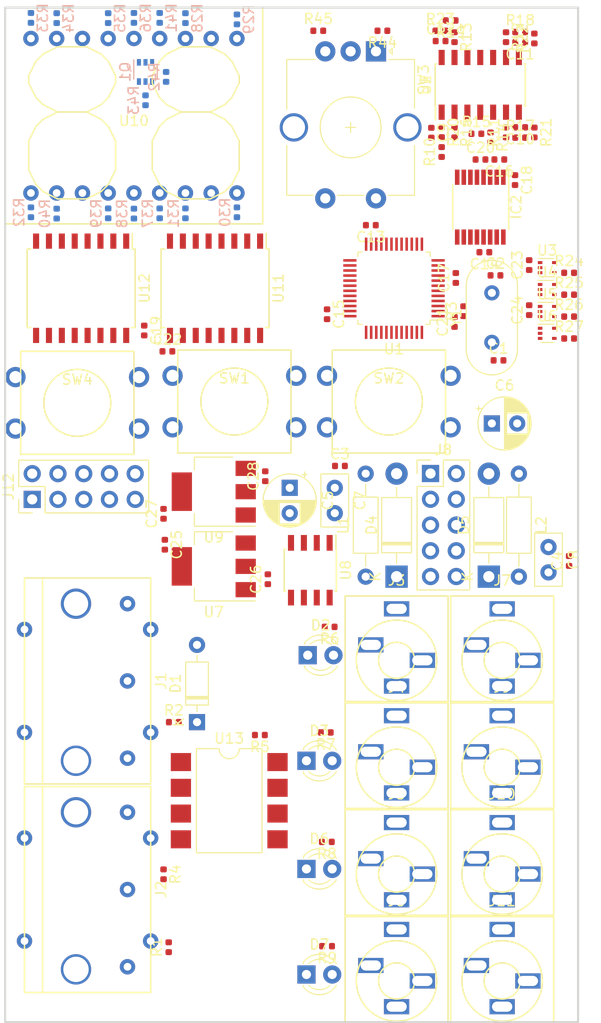
<source format=kicad_pcb>
(kicad_pcb (version 20171130) (host pcbnew "(5.0.2)-1")
  (layers (0 F.Cu signal) (31 B.Cu signal) (34 B.Paste user) (35 F.Paste user) (36 B.SilkS user) (37 F.SilkS user) (38 B.Mask user) (39 F.Mask user) (44 Edge.Cuts user))
  (net 0 "")
  (net 1 "Net-(C1-Pad1)")
  (net 2 GND)
  (net 3 "Net-(C2-Pad1)")
  (net 4 VEE)
  (net 5 "Net-(C9-Pad2)")
  (net 6 "Net-(C9-Pad1)")
  (net 7 "Net-(C10-Pad1)")
  (net 8 "Net-(C10-Pad2)")
  (net 9 "Net-(C11-Pad2)")
  (net 10 "Net-(C11-Pad1)")
  (net 11 "Net-(C12-Pad1)")
  (net 12 "Net-(C12-Pad2)")
  (net 13 +3V3)
  (net 14 VREF)
  (net 15 +5V)
  (net 16 +5VD)
  (net 17 "Net-(D1-Pad1)")
  (net 18 "Net-(D1-Pad2)")
  (net 19 "Net-(D2-Pad2)")
  (net 20 "Net-(D3-Pad2)")
  (net 21 12VC)
  (net 22 /EURORACKPIN/12Vto5V)
  (net 23 -12VC)
  (net 24 "Net-(D5-Pad2)")
  (net 25 "Net-(D6-Pad2)")
  (net 26 "Net-(D7-Pad2)")
  (net 27 CH_A)
  (net 28 CH_B)
  (net 29 CH_C)
  (net 30 CH_D)
  (net 31 DAC_SS)
  (net 32 DAC_SCK)
  (net 33 DAC_MOSI)
  (net 34 "Net-(J1-Pad1)")
  (net 35 "Net-(J1-Pad2)")
  (net 36 "Net-(J1-Pad3)")
  (net 37 "Net-(J1-Pad4)")
  (net 38 "Net-(J2-Pad5)")
  (net 39 "Net-(J2-Pad4)")
  (net 40 "Net-(J2-Pad2)")
  (net 41 "Net-(J2-Pad1)")
  (net 42 "Net-(J3-PadT)")
  (net 43 "Net-(J3-PadR)")
  (net 44 "Net-(J3-PadG)")
  (net 45 "Net-(J4-PadG)")
  (net 46 "Net-(J4-PadR)")
  (net 47 "Net-(J4-PadT)")
  (net 48 "Net-(J5-PadG)")
  (net 49 "Net-(J5-PadR)")
  (net 50 "Net-(J5-PadT)")
  (net 51 "Net-(J6-PadT)")
  (net 52 "Net-(J6-PadR)")
  (net 53 "Net-(J6-PadG)")
  (net 54 "Net-(J7-PadT)")
  (net 55 "Net-(J7-PadR)")
  (net 56 "Net-(J7-PadG)")
  (net 57 "Net-(J9-PadG)")
  (net 58 "Net-(J9-PadR)")
  (net 59 "Net-(J9-PadT)")
  (net 60 "Net-(J10-PadT)")
  (net 61 "Net-(J10-PadR)")
  (net 62 "Net-(J10-PadG)")
  (net 63 "Net-(J11-PadG)")
  (net 64 "Net-(J11-PadR)")
  (net 65 "Net-(J11-PadT)")
  (net 66 "Net-(Q1-Pad3)")
  (net 67 "Net-(Q1-Pad5)")
  (net 68 "Net-(Q1-Pad2)")
  (net 69 "Net-(Q1-Pad6)")
  (net 70 MIDI_TX)
  (net 71 RESET)
  (net 72 MIDI_RX)
  (net 73 "Net-(R5-Pad1)")
  (net 74 LED1)
  (net 75 LED2)
  (net 76 LED3)
  (net 77 LED4)
  (net 78 VREF\2)
  (net 79 "Net-(R24-Pad1)")
  (net 80 "Net-(R25-Pad1)")
  (net 81 "Net-(R26-Pad1)")
  (net 82 "Net-(R27-Pad1)")
  (net 83 "Net-(R28-Pad2)")
  (net 84 "Net-(R28-Pad1)")
  (net 85 "Net-(R29-Pad1)")
  (net 86 "Net-(R29-Pad2)")
  (net 87 "Net-(R30-Pad2)")
  (net 88 "Net-(R30-Pad1)")
  (net 89 "Net-(R31-Pad1)")
  (net 90 "Net-(R31-Pad2)")
  (net 91 "Net-(R32-Pad2)")
  (net 92 "Net-(R32-Pad1)")
  (net 93 "Net-(R33-Pad1)")
  (net 94 "Net-(R33-Pad2)")
  (net 95 "Net-(R34-Pad1)")
  (net 96 "Net-(R34-Pad2)")
  (net 97 "Net-(R35-Pad2)")
  (net 98 "Net-(R35-Pad1)")
  (net 99 "Net-(R36-Pad1)")
  (net 100 "Net-(R36-Pad2)")
  (net 101 "Net-(R37-Pad2)")
  (net 102 "Net-(R37-Pad1)")
  (net 103 "Net-(R38-Pad1)")
  (net 104 "Net-(R38-Pad2)")
  (net 105 "Net-(R39-Pad2)")
  (net 106 "Net-(R39-Pad1)")
  (net 107 "Net-(R40-Pad2)")
  (net 108 "Net-(R40-Pad1)")
  (net 109 "Net-(R41-Pad1)")
  (net 110 "Net-(R41-Pad2)")
  (net 111 DISP_CHAR0)
  (net 112 DISP_CHAR1)
  (net 113 SWITCH_2)
  (net 114 SWITCH_1)
  (net 115 ENC_A)
  (net 116 ENC_B)
  (net 117 SWITCH_0)
  (net 118 ENC_CLICK)
  (net 119 "Net-(U1-Pad10)")
  (net 120 "Net-(U1-Pad11)")
  (net 121 "Net-(U1-Pad12)")
  (net 122 "Net-(U1-Pad13)")
  (net 123 "Net-(U1-Pad17)")
  (net 124 GATE_C)
  (net 125 GATE_D)
  (net 126 GATE_A)
  (net 127 GATE_B)
  (net 128 JTMS)
  (net 129 JTCK)
  (net 130 JTDI)
  (net 131 JTDO)
  (net 132 "Net-(U1-Pad40)")
  (net 133 DISP_SCK)
  (net 134 DISP_EN)
  (net 135 DISP_SER)
  (net 136 "Net-(U8-Pad1)")
  (net 137 "Net-(U8-Pad3)")
  (net 138 "Net-(U8-Pad5)")
  (net 139 "Net-(U8-Pad7)")
  (net 140 "Net-(U8-Pad8)")
  (net 141 "Net-(U10-Pad8)")
  (net 142 "Net-(U11-Pad9)")
  (net 143 "Net-(U11-Pad13)")
  (net 144 "Net-(U12-Pad13)")
  (net 145 "Net-(U12-Pad9)")
  (net 146 "Net-(U12-Pad7)")
  (net 147 "Net-(U12-Pad6)")
  (net 148 "Net-(U13-Pad1)")
  (net 149 "Net-(U13-Pad7)")
  (net 150 "Net-(U13-Pad4)")
  (net 151 "Net-(J12-Pad7)")
  (net 152 "Net-(R44-Pad2)")
  (net 153 "Net-(R45-Pad2)")
  (net 154 +12V)
  (module Resistor_SMD:R_0402_1005Metric (layer F.Cu) (at 74.676 32.131 180)
    (fp_text reference R44 (at 0 -1.17 180) (layer F.SilkS))
    (fp_text value 1k)
    (pad 1 smd roundrect (at -0.485 0 180) (size 0.59 0.64) (layers F.Cu F.Paste F.Mask) (net 115 ENC_A))
    (pad 2 smd roundrect (at 0.485 0 180) (size 0.59 0.64) (layers F.Cu F.Paste F.Mask) (net 152 "Net-(R44-Pad2)"))
  )
  (module Resistor_SMD:R_0402_1005Metric (layer F.Cu) (at 68.349 32.131)
    (fp_text reference R45 (at 0 -1.17) (layer F.SilkS))
    (fp_text value 1k)
    (pad 2 smd roundrect (at 0.485 0) (size 0.59 0.64) (layers F.Cu F.Paste F.Mask) (net 153 "Net-(R45-Pad2)"))
    (pad 1 smd roundrect (at -0.485 0) (size 0.59 0.64) (layers F.Cu F.Paste F.Mask) (net 116 ENC_B))
  )
  (module Capacitor_SMD:C_0402_1005Metric (layer F.Cu) (at 86.129 64.643)
    (fp_text reference C1 (at 0 -1.17) (layer F.SilkS))
    (fp_text value 18p)
    (pad 1 smd roundrect (at -0.485 0) (size 0.59 0.64) (layers F.Cu F.Paste F.Mask) (net 1 "Net-(C1-Pad1)"))
    (pad 2 smd roundrect (at 0.485 0) (size 0.59 0.64) (layers F.Cu F.Paste F.Mask) (net 2 GND))
  )
  (module Capacitor_SMD:C_0402_1005Metric (layer F.Cu) (at 85.829 56.261)
    (fp_text reference C2 (at 0 -1.17) (layer F.SilkS))
    (fp_text value 18p)
    (pad 2 smd roundrect (at 0.485 0) (size 0.59 0.64) (layers F.Cu F.Paste F.Mask) (net 2 GND))
    (pad 1 smd roundrect (at -0.485 0) (size 0.59 0.64) (layers F.Cu F.Paste F.Mask) (net 3 "Net-(C2-Pad1)"))
  )
  (module Capacitor_SMD:C_0402_1005Metric (layer F.Cu) (at 70.485 75.057)
    (fp_text reference C3 (at 0 -1.17) (layer F.SilkS))
    (fp_text value 100n)
    (pad 1 smd roundrect (at -0.485 0) (size 0.59 0.64) (layers F.Cu F.Paste F.Mask) (net 2 GND))
    (pad 2 smd roundrect (at 0.485 0) (size 0.59 0.64) (layers F.Cu F.Paste F.Mask) (net 154 +12V))
  )
  (module Capacitor_SMD:C_0402_1005Metric (layer F.Cu) (at 93.091 84.432 90)
    (fp_text reference C4 (at 0 -1.17 90) (layer F.SilkS))
    (fp_text value 100n)
    (pad 2 smd roundrect (at 0.485 0 90) (size 0.59 0.64) (layers F.Cu F.Paste F.Mask) (net 2 GND))
    (pad 1 smd roundrect (at -0.485 0 90) (size 0.59 0.64) (layers F.Cu F.Paste F.Mask) (net 4 VEE))
  )
  (module Capacitor_THT:CP_Radial_D5.0mm_P2.50mm (layer F.Cu) (at 65.532 77.216 270)
    (fp_text reference C5 (at 1.25 -3.75 270) (layer F.SilkS))
    (fp_text value 10uF)
    (pad 1 thru_hole rect (at 0 0 270) (size 1.6 1.6) (drill 0.8) (layers *.Cu *.Mask) (net 154 +12V))
    (pad 2 thru_hole circle (at 2.5 0 270) (size 1.6 1.6) (drill 0.8) (layers *.Cu *.Mask) (net 2 GND))
  )
  (module Capacitor_THT:CP_Radial_D5.0mm_P2.50mm (layer F.Cu) (at 85.471 70.866)
    (fp_text reference C6 (at 1.25 -3.75) (layer F.SilkS))
    (fp_text value 10uF)
    (pad 2 thru_hole circle (at 2.5 0) (size 1.6 1.6) (drill 0.8) (layers *.Cu *.Mask) (net 4 VEE))
    (pad 1 thru_hole rect (at 0 0) (size 1.6 1.6) (drill 0.8) (layers *.Cu *.Mask) (net 2 GND))
  )
  (module Capacitor_THT:C_Disc_D5.0mm_W2.5mm_P2.50mm (layer F.Cu) (at 69.977 77.216 270)
    (fp_text reference C7 (at 1.25 -2.5 270) (layer F.SilkS))
    (fp_text value 100nF)
    (pad 1 thru_hole circle (at 0 0 270) (size 1.6 1.6) (drill 0.8) (layers *.Cu *.Mask) (net 154 +12V))
    (pad 2 thru_hole circle (at 2.5 0 270) (size 1.6 1.6) (drill 0.8) (layers *.Cu *.Mask) (net 2 GND))
  )
  (module Capacitor_THT:C_Disc_D5.0mm_W2.5mm_P2.50mm (layer F.Cu) (at 91.059 83.058 270)
    (fp_text reference C8 (at 1.25 -2.5 270) (layer F.SilkS))
    (fp_text value 100nF)
    (pad 2 thru_hole circle (at 2.5 0 270) (size 1.6 1.6) (drill 0.8) (layers *.Cu *.Mask) (net 4 VEE))
    (pad 1 thru_hole circle (at 0 0 270) (size 1.6 1.6) (drill 0.8) (layers *.Cu *.Mask) (net 2 GND))
  )
  (module Capacitor_SMD:C_0402_1005Metric (layer F.Cu) (at 79.502 42.187 270)
    (fp_text reference C9 (at 0 -1.17 270) (layer F.SilkS))
    (fp_text value 18p)
    (pad 2 smd roundrect (at 0.485 0 270) (size 0.59 0.64) (layers F.Cu F.Paste F.Mask) (net 5 "Net-(C9-Pad2)"))
    (pad 1 smd roundrect (at -0.485 0 270) (size 0.59 0.64) (layers F.Cu F.Paste F.Mask) (net 6 "Net-(C9-Pad1)"))
  )
  (module Capacitor_SMD:C_0402_1005Metric (layer F.Cu) (at 88.265 41.656 180)
    (fp_text reference C10 (at 0 -1.17 180) (layer F.SilkS))
    (fp_text value 18p)
    (pad 1 smd roundrect (at -0.485 0 180) (size 0.59 0.64) (layers F.Cu F.Paste F.Mask) (net 7 "Net-(C10-Pad1)"))
    (pad 2 smd roundrect (at 0.485 0 180) (size 0.59 0.64) (layers F.Cu F.Paste F.Mask) (net 8 "Net-(C10-Pad2)"))
  )
  (module Capacitor_SMD:C_0402_1005Metric (layer F.Cu) (at 88.265 33.274 180)
    (fp_text reference C11 (at 0 -1.17 180) (layer F.SilkS))
    (fp_text value 18p)
    (pad 2 smd roundrect (at 0.485 0 180) (size 0.59 0.64) (layers F.Cu F.Paste F.Mask) (net 9 "Net-(C11-Pad2)"))
    (pad 1 smd roundrect (at -0.485 0 180) (size 0.59 0.64) (layers F.Cu F.Paste F.Mask) (net 10 "Net-(C11-Pad1)"))
  )
  (module Capacitor_SMD:C_0402_1005Metric (layer F.Cu) (at 80.414 33.147)
    (fp_text reference C12 (at 0 -1.17) (layer F.SilkS))
    (fp_text value 18p)
    (pad 1 smd roundrect (at -0.485 0) (size 0.59 0.64) (layers F.Cu F.Paste F.Mask) (net 11 "Net-(C12-Pad1)"))
    (pad 2 smd roundrect (at 0.485 0) (size 0.59 0.64) (layers F.Cu F.Paste F.Mask) (net 12 "Net-(C12-Pad2)"))
  )
  (module Capacitor_SMD:C_0402_1005Metric (layer F.Cu) (at 73.533 51.308 180)
    (fp_text reference C13 (at 0 -1.17 180) (layer F.SilkS))
    (fp_text value 100n)
    (pad 1 smd roundrect (at -0.485 0 180) (size 0.59 0.64) (layers F.Cu F.Paste F.Mask) (net 2 GND))
    (pad 2 smd roundrect (at 0.485 0 180) (size 0.59 0.64) (layers F.Cu F.Paste F.Mask) (net 13 +3V3))
  )
  (module Capacitor_SMD:C_0402_1005Metric (layer F.Cu) (at 84.732 53.975 180)
    (fp_text reference C14 (at 0 -1.17 180) (layer F.SilkS))
    (fp_text value 100n)
    (pad 2 smd roundrect (at 0.485 0 180) (size 0.59 0.64) (layers F.Cu F.Paste F.Mask) (net 13 +3V3))
    (pad 1 smd roundrect (at -0.485 0 180) (size 0.59 0.64) (layers F.Cu F.Paste F.Mask) (net 2 GND))
  )
  (module Capacitor_SMD:C_0402_1005Metric (layer F.Cu) (at 69.215 60.094 270)
    (fp_text reference C15 (at 0 -1.17 270) (layer F.SilkS))
    (fp_text value 100n)
    (pad 1 smd roundrect (at -0.485 0 270) (size 0.59 0.64) (layers F.Cu F.Paste F.Mask) (net 2 GND))
    (pad 2 smd roundrect (at 0.485 0 270) (size 0.59 0.64) (layers F.Cu F.Paste F.Mask) (net 13 +3V3))
  )
  (module Capacitor_SMD:C_0402_1005Metric (layer F.Cu) (at 86.21 44.831 180)
    (fp_text reference C16 (at 0 -1.17 180) (layer F.SilkS))
    (fp_text value 220n)
    (pad 1 smd roundrect (at -0.485 0 180) (size 0.59 0.64) (layers F.Cu F.Paste F.Mask) (net 2 GND))
    (pad 2 smd roundrect (at 0.485 0 180) (size 0.59 0.64) (layers F.Cu F.Paste F.Mask) (net 14 VREF))
  )
  (module Capacitor_SMD:C_0402_1005Metric (layer F.Cu) (at 81.915 56.515 90)
    (fp_text reference C17 (at 0 -1.17 90) (layer F.SilkS))
    (fp_text value 100n)
    (pad 2 smd roundrect (at 0.485 0 90) (size 0.59 0.64) (layers F.Cu F.Paste F.Mask) (net 13 +3V3))
    (pad 1 smd roundrect (at -0.485 0 90) (size 0.59 0.64) (layers F.Cu F.Paste F.Mask) (net 2 GND))
  )
  (module Capacitor_SMD:C_0402_1005Metric (layer F.Cu) (at 87.757 46.863 270)
    (fp_text reference C18 (at 0 -1.17 270) (layer F.SilkS))
    (fp_text value 100n)
    (pad 2 smd roundrect (at 0.485 0 270) (size 0.59 0.64) (layers F.Cu F.Paste F.Mask) (net 15 +5V))
    (pad 1 smd roundrect (at -0.485 0 270) (size 0.59 0.64) (layers F.Cu F.Paste F.Mask) (net 2 GND))
  )
  (module Capacitor_SMD:C_0402_1005Metric (layer F.Cu) (at 51.181 61.699 270)
    (fp_text reference C19 (at 0 -1.17 270) (layer F.SilkS))
    (fp_text value 100n)
    (pad 1 smd roundrect (at -0.485 0 270) (size 0.59 0.64) (layers F.Cu F.Paste F.Mask) (net 2 GND))
    (pad 2 smd roundrect (at 0.485 0 270) (size 0.59 0.64) (layers F.Cu F.Paste F.Mask) (net 13 +3V3))
  )
  (module Capacitor_SMD:C_0402_1005Metric (layer F.Cu) (at 84.351 44.831)
    (fp_text reference C20 (at 0 -1.17) (layer F.SilkS))
    (fp_text value 3.3u)
    (pad 2 smd roundrect (at 0.485 0) (size 0.59 0.64) (layers F.Cu F.Paste F.Mask) (net 15 +5V))
    (pad 1 smd roundrect (at -0.485 0) (size 0.59 0.64) (layers F.Cu F.Paste F.Mask) (net 2 GND))
  )
  (module Capacitor_SMD:C_0402_1005Metric (layer F.Cu) (at 81.788 60.856 90)
    (fp_text reference C21 (at 0 -1.17 90) (layer F.SilkS))
    (fp_text value 100n)
    (pad 2 smd roundrect (at 0.485 0 90) (size 0.59 0.64) (layers F.Cu F.Paste F.Mask) (net 13 +3V3))
    (pad 1 smd roundrect (at -0.485 0 90) (size 0.59 0.64) (layers F.Cu F.Paste F.Mask) (net 2 GND))
  )
  (module Capacitor_SMD:C_0402_1005Metric (layer F.Cu) (at 53.467 63.754)
    (fp_text reference C22 (at 0 -1.17) (layer F.SilkS))
    (fp_text value 100n)
    (pad 1 smd roundrect (at -0.485 0) (size 0.59 0.64) (layers F.Cu F.Paste F.Mask) (net 2 GND))
    (pad 2 smd roundrect (at 0.485 0) (size 0.59 0.64) (layers F.Cu F.Paste F.Mask) (net 13 +3V3))
  )
  (module Capacitor_SMD:C_0402_1005Metric (layer F.Cu) (at 89.154 55.245 90)
    (fp_text reference C23 (at 0 -1.17 90) (layer F.SilkS))
    (fp_text value 100n)
    (pad 2 smd roundrect (at 0.485 0 90) (size 0.59 0.64) (layers F.Cu F.Paste F.Mask) (net 16 +5VD))
    (pad 1 smd roundrect (at -0.485 0 90) (size 0.59 0.64) (layers F.Cu F.Paste F.Mask) (net 2 GND))
  )
  (module Capacitor_SMD:C_0402_1005Metric (layer F.Cu) (at 89.154 59.69 90)
    (fp_text reference C24 (at 0 -1.17 90) (layer F.SilkS))
    (fp_text value 100n)
    (pad 1 smd roundrect (at -0.485 0 90) (size 0.59 0.64) (layers F.Cu F.Paste F.Mask) (net 2 GND))
    (pad 2 smd roundrect (at 0.485 0 90) (size 0.59 0.64) (layers F.Cu F.Paste F.Mask) (net 16 +5VD))
  )
  (module Capacitor_SMD:C_0402_1005Metric (layer F.Cu) (at 53.213 82.827 270)
    (fp_text reference C25 (at 0 -1.17 270) (layer F.SilkS))
    (fp_text value 100n)
    (pad 1 smd roundrect (at -0.485 0 270) (size 0.59 0.64) (layers F.Cu F.Paste F.Mask) (net 2 GND))
    (pad 2 smd roundrect (at 0.485 0 270) (size 0.59 0.64) (layers F.Cu F.Paste F.Mask) (net 154 +12V))
  )
  (module Capacitor_SMD:C_0402_1005Metric (layer F.Cu) (at 63.373 86.233 90)
    (fp_text reference C26 (at 0 -1.17 90) (layer F.SilkS))
    (fp_text value 10u)
    (pad 2 smd roundrect (at 0.485 0 90) (size 0.59 0.64) (layers F.Cu F.Paste F.Mask) (net 13 +3V3))
    (pad 1 smd roundrect (at -0.485 0 90) (size 0.59 0.64) (layers F.Cu F.Paste F.Mask) (net 2 GND))
  )
  (module Capacitor_SMD:C_0402_1005Metric (layer F.Cu) (at 53.086 79.779 90)
    (fp_text reference C27 (at 0 -1.17 90) (layer F.SilkS))
    (fp_text value 1u)
    (pad 2 smd roundrect (at 0.485 0 90) (size 0.59 0.64) (layers F.Cu F.Paste F.Mask) (net 154 +12V))
    (pad 1 smd roundrect (at -0.485 0 90) (size 0.59 0.64) (layers F.Cu F.Paste F.Mask) (net 2 GND))
  )
  (module Capacitor_SMD:C_0402_1005Metric (layer F.Cu) (at 63.119 76.073 90)
    (fp_text reference C28 (at 0 -1.17 90) (layer F.SilkS))
    (fp_text value 1u)
    (pad 1 smd roundrect (at -0.485 0 90) (size 0.59 0.64) (layers F.Cu F.Paste F.Mask) (net 2 GND))
    (pad 2 smd roundrect (at 0.485 0 90) (size 0.59 0.64) (layers F.Cu F.Paste F.Mask) (net 16 +5VD))
  )
  (module Diode_THT:D_DO-35_SOD27_P7.62mm_Horizontal (layer F.Cu) (at 56.388 100.33 90)
    (fp_text reference D1 (at 3.81 -2.12 90) (layer F.SilkS))
    (fp_text value 1N4148)
    (fp_text user K (at 0 -1.8 90) (layer F.SilkS))
    (pad 1 thru_hole rect (at 0 0 90) (size 1.6 1.6) (drill 0.8) (layers *.Cu *.Mask) (net 17 "Net-(D1-Pad1)"))
    (pad 2 thru_hole oval (at 7.62 0 90) (size 1.6 1.6) (drill 0.8) (layers *.Cu *.Mask) (net 18 "Net-(D1-Pad2)"))
  )
  (module LED_THT:LED_D3.0mm (layer F.Cu) (at 67.31 93.726)
    (fp_text reference D2 (at 1.27 -2.96) (layer F.SilkS))
    (fp_text value 3MM)
    (pad 2 thru_hole circle (at 2.54 0) (size 1.8 1.8) (drill 0.9) (layers *.Cu *.Mask) (net 19 "Net-(D2-Pad2)"))
    (pad 1 thru_hole rect (at 0 0) (size 1.8 1.8) (drill 0.9) (layers *.Cu *.Mask) (net 2 GND))
  )
  (module LED_THT:LED_D3.0mm (layer F.Cu) (at 67.183 104.14)
    (fp_text reference D3 (at 1.27 -2.96) (layer F.SilkS))
    (fp_text value 3MM)
    (pad 1 thru_hole rect (at 0 0) (size 1.8 1.8) (drill 0.9) (layers *.Cu *.Mask) (net 2 GND))
    (pad 2 thru_hole circle (at 2.54 0) (size 1.8 1.8) (drill 0.9) (layers *.Cu *.Mask) (net 20 "Net-(D3-Pad2)"))
  )
  (module Diode_THT:D_DO-41_SOD81_P10.16mm_Horizontal (layer F.Cu) (at 76.073 85.979 90)
    (fp_text reference D4 (at 5.08 -2.47 90) (layer F.SilkS))
    (fp_text value 1N4007)
    (fp_text user K (at 0 -2.1 90) (layer F.SilkS))
    (pad 2 thru_hole oval (at 10.16 0 90) (size 2.2 2.2) (drill 1.1) (layers *.Cu *.Mask) (net 21 12VC))
    (pad 1 thru_hole rect (at 0 0 90) (size 2.2 2.2) (drill 1.1) (layers *.Cu *.Mask) (net 22 /EURORACKPIN/12Vto5V))
  )
  (module Diode_THT:D_DO-41_SOD81_P10.16mm_Horizontal (layer F.Cu) (at 85.172001 85.979 90)
    (fp_text reference D5 (at 5.08 -2.47 90) (layer F.SilkS))
    (fp_text value 1N4007)
    (fp_text user K (at 0 -2.1 90) (layer F.SilkS))
    (pad 1 thru_hole rect (at 0 0 90) (size 2.2 2.2) (drill 1.1) (layers *.Cu *.Mask) (net 23 -12VC))
    (pad 2 thru_hole oval (at 10.16 0 90) (size 2.2 2.2) (drill 1.1) (layers *.Cu *.Mask) (net 24 "Net-(D5-Pad2)"))
  )
  (module LED_THT:LED_D3.0mm (layer F.Cu) (at 67.183 114.808)
    (fp_text reference D6 (at 1.27 -2.96) (layer F.SilkS))
    (fp_text value 3MM)
    (pad 2 thru_hole circle (at 2.54 0) (size 1.8 1.8) (drill 0.9) (layers *.Cu *.Mask) (net 25 "Net-(D6-Pad2)"))
    (pad 1 thru_hole rect (at 0 0) (size 1.8 1.8) (drill 0.9) (layers *.Cu *.Mask) (net 2 GND))
  )
  (module LED_THT:LED_D3.0mm (layer F.Cu) (at 67.183 125.222)
    (fp_text reference D7 (at 1.27 -2.96) (layer F.SilkS))
    (fp_text value 3MM)
    (pad 1 thru_hole rect (at 0 0) (size 1.8 1.8) (drill 0.9) (layers *.Cu *.Mask) (net 2 GND))
    (pad 2 thru_hole circle (at 2.54 0) (size 1.8 1.8) (drill 0.9) (layers *.Cu *.Mask) (net 26 "Net-(D7-Pad2)"))
  )
  (module Package_SO:TSSOP-16_4.4x5mm_P0.65mm (layer F.Cu) (at 84.328 49.53 270)
    (fp_text reference IC2 (at 0 -3.55 270) (layer F.SilkS))
    (fp_text value DAC8564)
    (pad 1 smd rect (at -2.95 -2.275 270) (size 1.5 0.45) (layers F.Cu F.Paste F.Mask) (net 27 CH_A))
    (pad 2 smd rect (at -2.95 -1.625 270) (size 1.5 0.45) (layers F.Cu F.Paste F.Mask) (net 28 CH_B))
    (pad 3 smd rect (at -2.95 -0.975 270) (size 1.5 0.45) (layers F.Cu F.Paste F.Mask) (net 14 VREF))
    (pad 4 smd rect (at -2.95 -0.325 270) (size 1.5 0.45) (layers F.Cu F.Paste F.Mask) (net 15 +5V))
    (pad 5 smd rect (at -2.95 0.325 270) (size 1.5 0.45) (layers F.Cu F.Paste F.Mask) (net 2 GND))
    (pad 6 smd rect (at -2.95 0.975 270) (size 1.5 0.45) (layers F.Cu F.Paste F.Mask) (net 2 GND))
    (pad 7 smd rect (at -2.95 1.625 270) (size 1.5 0.45) (layers F.Cu F.Paste F.Mask) (net 29 CH_C))
    (pad 8 smd rect (at -2.95 2.275 270) (size 1.5 0.45) (layers F.Cu F.Paste F.Mask) (net 30 CH_D))
    (pad 9 smd rect (at 2.95 2.275 270) (size 1.5 0.45) (layers F.Cu F.Paste F.Mask) (net 31 DAC_SS))
    (pad 10 smd rect (at 2.95 1.625 270) (size 1.5 0.45) (layers F.Cu F.Paste F.Mask) (net 32 DAC_SCK))
    (pad 11 smd rect (at 2.95 0.975 270) (size 1.5 0.45) (layers F.Cu F.Paste F.Mask) (net 33 DAC_MOSI))
    (pad 12 smd rect (at 2.95 0.325 270) (size 1.5 0.45) (layers F.Cu F.Paste F.Mask) (net 13 +3V3))
    (pad 13 smd rect (at 2.95 -0.325 270) (size 1.5 0.45) (layers F.Cu F.Paste F.Mask) (net 2 GND))
    (pad 14 smd rect (at 2.95 -0.975 270) (size 1.5 0.45) (layers F.Cu F.Paste F.Mask) (net 2 GND))
    (pad 15 smd rect (at 2.95 -1.625 270) (size 1.5 0.45) (layers F.Cu F.Paste F.Mask) (net 2 GND))
    (pad 16 smd rect (at 2.95 -2.275 270) (size 1.5 0.45) (layers F.Cu F.Paste F.Mask) (net 2 GND))
  )
  (module synth:MIDI_IN (layer F.Cu) (at 49.53 96.266 270)
    (fp_text reference J1 (at 0 -3.31 270) (layer F.SilkS))
    (fp_text value DIN-5_180degree)
    (pad 1 thru_hole circle (at 7.62 0 270) (size 1.524 1.524) (drill 0.762) (layers *.Cu *.Mask) (net 34 "Net-(J1-Pad1)"))
    (pad 2 thru_hole circle (at 0 0 270) (size 1.524 1.524) (drill 0.762) (layers *.Cu *.Mask) (net 35 "Net-(J1-Pad2)"))
    (pad 3 thru_hole circle (at -7.62 0 270) (size 1.524 1.524) (drill 0.762) (layers *.Cu *.Mask) (net 36 "Net-(J1-Pad3)"))
    (pad 4 thru_hole circle (at 5.08 -2.286 270) (size 1.524 1.524) (drill 0.762) (layers *.Cu *.Mask) (net 37 "Net-(J1-Pad4)"))
    (pad 5 thru_hole circle (at -5.08 -2.286 270) (size 1.524 1.524) (drill 0.762) (layers *.Cu *.Mask) (net 18 "Net-(D1-Pad2)"))
    (pad "" thru_hole circle (at -7.62 5.08 270) (size 3 3) (drill 2.4) (layers *.Cu *.Mask))
    (pad "" thru_hole circle (at 7.874 5.08 270) (size 3 3) (drill 2.5) (layers *.Cu *.Mask))
    (pad "" thru_hole circle (at 5.08 10.16 270) (size 1.524 1.524) (drill 0.762) (layers *.Cu *.Mask))
    (pad "" thru_hole circle (at -5.08 10.16 270) (size 1.524 1.524) (drill 0.762) (layers *.Cu *.Mask))
  )
  (module synth:MIDI_IN (layer F.Cu) (at 49.53 116.84 270)
    (fp_text reference J2 (at 0 -3.31 270) (layer F.SilkS))
    (fp_text value DIN-5_180degree)
    (pad "" thru_hole circle (at -5.08 10.16 270) (size 1.524 1.524) (drill 0.762) (layers *.Cu *.Mask))
    (pad "" thru_hole circle (at 5.08 10.16 270) (size 1.524 1.524) (drill 0.762) (layers *.Cu *.Mask))
    (pad "" thru_hole circle (at 7.874 5.08 270) (size 3 3) (drill 2.5) (layers *.Cu *.Mask))
    (pad "" thru_hole circle (at -7.62 5.08 270) (size 3 3) (drill 2.4) (layers *.Cu *.Mask))
    (pad 5 thru_hole circle (at -5.08 -2.286 270) (size 1.524 1.524) (drill 0.762) (layers *.Cu *.Mask) (net 38 "Net-(J2-Pad5)"))
    (pad 4 thru_hole circle (at 5.08 -2.286 270) (size 1.524 1.524) (drill 0.762) (layers *.Cu *.Mask) (net 39 "Net-(J2-Pad4)"))
    (pad 3 thru_hole circle (at -7.62 0 270) (size 1.524 1.524) (drill 0.762) (layers *.Cu *.Mask) (net 2 GND))
    (pad 2 thru_hole circle (at 0 0 270) (size 1.524 1.524) (drill 0.762) (layers *.Cu *.Mask) (net 40 "Net-(J2-Pad2)"))
    (pad 1 thru_hole circle (at 7.62 0 270) (size 1.524 1.524) (drill 0.762) (layers *.Cu *.Mask) (net 41 "Net-(J2-Pad1)"))
  )
  (module synth:jack_audio (layer F.Cu) (at 76.073 94.234)
    (fp_text reference J3 (at 0 -7.882) (layer F.SilkS))
    (fp_text value AudioJack3_Ground)
    (pad T thru_hole rect (at 0 -5.08) (size 2.5 1.5) (drill oval 2 1) (layers *.Cu *.Mask) (net 42 "Net-(J3-PadT)"))
    (pad R thru_hole rect (at 2.54 0) (size 2.5 1.5) (drill oval 2 1) (layers *.Cu *.Mask) (net 43 "Net-(J3-PadR)"))
    (pad G thru_hole rect (at -2.54 -1.524) (size 2.5 1.5) (drill oval 2 1) (layers *.Cu *.Mask) (net 44 "Net-(J3-PadG)"))
    (pad S thru_hole rect (at 0 2.54) (size 2.5 1.5) (drill oval 2 1) (layers *.Cu *.Mask) (net 2 GND))
  )
  (module synth:jack_audio (layer F.Cu) (at 76.073 104.775)
    (fp_text reference J4 (at 0 -7.882) (layer F.SilkS))
    (fp_text value AudioJack3_Ground)
    (pad S thru_hole rect (at 0 2.54) (size 2.5 1.5) (drill oval 2 1) (layers *.Cu *.Mask) (net 2 GND))
    (pad G thru_hole rect (at -2.54 -1.524) (size 2.5 1.5) (drill oval 2 1) (layers *.Cu *.Mask) (net 45 "Net-(J4-PadG)"))
    (pad R thru_hole rect (at 2.54 0) (size 2.5 1.5) (drill oval 2 1) (layers *.Cu *.Mask) (net 46 "Net-(J4-PadR)"))
    (pad T thru_hole rect (at 0 -5.08) (size 2.5 1.5) (drill oval 2 1) (layers *.Cu *.Mask) (net 47 "Net-(J4-PadT)"))
  )
  (module synth:jack_audio (layer F.Cu) (at 76.073 115.316)
    (fp_text reference J5 (at 0 -7.882) (layer F.SilkS))
    (fp_text value AudioJack3_Ground)
    (pad S thru_hole rect (at 0 2.54) (size 2.5 1.5) (drill oval 2 1) (layers *.Cu *.Mask) (net 2 GND))
    (pad G thru_hole rect (at -2.54 -1.524) (size 2.5 1.5) (drill oval 2 1) (layers *.Cu *.Mask) (net 48 "Net-(J5-PadG)"))
    (pad R thru_hole rect (at 2.54 0) (size 2.5 1.5) (drill oval 2 1) (layers *.Cu *.Mask) (net 49 "Net-(J5-PadR)"))
    (pad T thru_hole rect (at 0 -5.08) (size 2.5 1.5) (drill oval 2 1) (layers *.Cu *.Mask) (net 50 "Net-(J5-PadT)"))
  )
  (module synth:jack_audio (layer F.Cu) (at 76.073 125.857)
    (fp_text reference J6 (at 0 -7.882) (layer F.SilkS))
    (fp_text value AudioJack3_Ground)
    (pad T thru_hole rect (at 0 -5.08) (size 2.5 1.5) (drill oval 2 1) (layers *.Cu *.Mask) (net 51 "Net-(J6-PadT)"))
    (pad R thru_hole rect (at 2.54 0) (size 2.5 1.5) (drill oval 2 1) (layers *.Cu *.Mask) (net 52 "Net-(J6-PadR)"))
    (pad G thru_hole rect (at -2.54 -1.524) (size 2.5 1.5) (drill oval 2 1) (layers *.Cu *.Mask) (net 53 "Net-(J6-PadG)"))
    (pad S thru_hole rect (at 0 2.54) (size 2.5 1.5) (drill oval 2 1) (layers *.Cu *.Mask) (net 2 GND))
  )
  (module synth:jack_audio (layer F.Cu) (at 86.487 94.234)
    (fp_text reference J7 (at 0 -7.882) (layer F.SilkS))
    (fp_text value AudioJack3_Ground)
    (pad T thru_hole rect (at 0 -5.08) (size 2.5 1.5) (drill oval 2 1) (layers *.Cu *.Mask) (net 54 "Net-(J7-PadT)"))
    (pad R thru_hole rect (at 2.54 0) (size 2.5 1.5) (drill oval 2 1) (layers *.Cu *.Mask) (net 55 "Net-(J7-PadR)"))
    (pad G thru_hole rect (at -2.54 -1.524) (size 2.5 1.5) (drill oval 2 1) (layers *.Cu *.Mask) (net 56 "Net-(J7-PadG)"))
    (pad S thru_hole rect (at 0 2.54) (size 2.5 1.5) (drill oval 2 1) (layers *.Cu *.Mask) (net 2 GND))
  )
  (module Connector_PinHeader_2.54mm:PinHeader_2x05_P2.54mm_Vertical (layer F.Cu) (at 79.422001 75.805001)
    (fp_text reference J8 (at 1.27 -2.33) (layer F.SilkS))
    (fp_text value Conn_02x05_Odd_Even)
    (pad 1 thru_hole rect (at 0 0) (size 1.7 1.7) (drill 1) (layers *.Cu *.Mask) (net 21 12VC))
    (pad 2 thru_hole oval (at 2.54 0) (size 1.7 1.7) (drill 1) (layers *.Cu *.Mask) (net 21 12VC))
    (pad 3 thru_hole oval (at 0 2.54) (size 1.7 1.7) (drill 1) (layers *.Cu *.Mask) (net 2 GND))
    (pad 4 thru_hole oval (at 2.54 2.54) (size 1.7 1.7) (drill 1) (layers *.Cu *.Mask) (net 2 GND))
    (pad 5 thru_hole oval (at 0 5.08) (size 1.7 1.7) (drill 1) (layers *.Cu *.Mask) (net 2 GND))
    (pad 6 thru_hole oval (at 2.54 5.08) (size 1.7 1.7) (drill 1) (layers *.Cu *.Mask) (net 2 GND))
    (pad 7 thru_hole oval (at 0 7.62) (size 1.7 1.7) (drill 1) (layers *.Cu *.Mask) (net 2 GND))
    (pad 8 thru_hole oval (at 2.54 7.62) (size 1.7 1.7) (drill 1) (layers *.Cu *.Mask) (net 2 GND))
    (pad 9 thru_hole oval (at 0 10.16) (size 1.7 1.7) (drill 1) (layers *.Cu *.Mask) (net 23 -12VC))
    (pad 10 thru_hole oval (at 2.54 10.16) (size 1.7 1.7) (drill 1) (layers *.Cu *.Mask) (net 23 -12VC))
  )
  (module synth:jack_audio (layer F.Cu) (at 86.487 104.775)
    (fp_text reference J9 (at 0 -7.882) (layer F.SilkS))
    (fp_text value AudioJack3_Ground)
    (pad S thru_hole rect (at 0 2.54) (size 2.5 1.5) (drill oval 2 1) (layers *.Cu *.Mask) (net 2 GND))
    (pad G thru_hole rect (at -2.54 -1.524) (size 2.5 1.5) (drill oval 2 1) (layers *.Cu *.Mask) (net 57 "Net-(J9-PadG)"))
    (pad R thru_hole rect (at 2.54 0) (size 2.5 1.5) (drill oval 2 1) (layers *.Cu *.Mask) (net 58 "Net-(J9-PadR)"))
    (pad T thru_hole rect (at 0 -5.08) (size 2.5 1.5) (drill oval 2 1) (layers *.Cu *.Mask) (net 59 "Net-(J9-PadT)"))
  )
  (module synth:jack_audio (layer F.Cu) (at 86.487 115.316)
    (fp_text reference J10 (at 0 -7.882) (layer F.SilkS))
    (fp_text value AudioJack3_Ground)
    (pad T thru_hole rect (at 0 -5.08) (size 2.5 1.5) (drill oval 2 1) (layers *.Cu *.Mask) (net 60 "Net-(J10-PadT)"))
    (pad R thru_hole rect (at 2.54 0) (size 2.5 1.5) (drill oval 2 1) (layers *.Cu *.Mask) (net 61 "Net-(J10-PadR)"))
    (pad G thru_hole rect (at -2.54 -1.524) (size 2.5 1.5) (drill oval 2 1) (layers *.Cu *.Mask) (net 62 "Net-(J10-PadG)"))
    (pad S thru_hole rect (at 0 2.54) (size 2.5 1.5) (drill oval 2 1) (layers *.Cu *.Mask) (net 2 GND))
  )
  (module synth:jack_audio (layer F.Cu) (at 86.487 125.857)
    (fp_text reference J11 (at 0 -7.882) (layer F.SilkS))
    (fp_text value AudioJack3_Ground)
    (pad S thru_hole rect (at 0 2.54) (size 2.5 1.5) (drill oval 2 1) (layers *.Cu *.Mask) (net 2 GND))
    (pad G thru_hole rect (at -2.54 -1.524) (size 2.5 1.5) (drill oval 2 1) (layers *.Cu *.Mask) (net 63 "Net-(J11-PadG)"))
    (pad R thru_hole rect (at 2.54 0) (size 2.5 1.5) (drill oval 2 1) (layers *.Cu *.Mask) (net 64 "Net-(J11-PadR)"))
    (pad T thru_hole rect (at 0 -5.08) (size 2.5 1.5) (drill oval 2 1) (layers *.Cu *.Mask) (net 65 "Net-(J11-PadT)"))
  )
  (module Inductor_THT:L_Axial_L5.3mm_D2.2mm_P10.16mm_Horizontal_Vishay_IM-1 (layer F.Cu) (at 73.025 85.979 90)
    (fp_text reference L1 (at 5.08 -2.22 90) (layer F.SilkS))
    (fp_text value 22uH)
    (pad 2 thru_hole oval (at 10.16 0 90) (size 1.6 1.6) (drill 0.8) (layers *.Cu *.Mask) (net 154 +12V))
    (pad 1 thru_hole circle (at 0 0 90) (size 1.6 1.6) (drill 0.8) (layers *.Cu *.Mask) (net 22 /EURORACKPIN/12Vto5V))
  )
  (module Inductor_THT:L_Axial_L5.3mm_D2.2mm_P10.16mm_Horizontal_Vishay_IM-1 (layer F.Cu) (at 88.138 75.819 270)
    (fp_text reference L2 (at 5.08 -2.22 270) (layer F.SilkS))
    (fp_text value 22uH)
    (pad 1 thru_hole circle (at 0 0 270) (size 1.6 1.6) (drill 0.8) (layers *.Cu *.Mask) (net 24 "Net-(D5-Pad2)"))
    (pad 2 thru_hole oval (at 10.16 0 270) (size 1.6 1.6) (drill 0.8) (layers *.Cu *.Mask) (net 4 VEE))
  )
  (module Package_TO_SOT_SMD:SOT-363_SC-70-6 (layer B.Cu) (at 51.308 36.195 270)
    (fp_text reference Q1 (at 0 2 270) (layer B.SilkS) (effects (justify mirror)))
    (fp_text value MBT3904DW1)
    (pad 1 smd rect (at -0.95 0.65 270) (size 0.65 0.4) (layers B.Cu B.Paste B.Mask) (net 2 GND))
    (pad 3 smd rect (at -0.95 -0.65 270) (size 0.65 0.4) (layers B.Cu B.Paste B.Mask) (net 66 "Net-(Q1-Pad3)"))
    (pad 5 smd rect (at 0.95 0 270) (size 0.65 0.4) (layers B.Cu B.Paste B.Mask) (net 67 "Net-(Q1-Pad5)"))
    (pad 2 smd rect (at -0.95 0 270) (size 0.65 0.4) (layers B.Cu B.Paste B.Mask) (net 68 "Net-(Q1-Pad2)"))
    (pad 4 smd rect (at 0.95 -0.65 270) (size 0.65 0.4) (layers B.Cu B.Paste B.Mask) (net 2 GND))
    (pad 6 smd rect (at 0.95 0.65 270) (size 0.65 0.4) (layers B.Cu B.Paste B.Mask) (net 69 "Net-(Q1-Pad6)"))
  )
  (module Resistor_SMD:R_0402_1005Metric (layer F.Cu) (at 53.594 122.532 90)
    (fp_text reference R1 (at 0 -1.17 90) (layer F.SilkS))
    (fp_text value 51)
    (pad 2 smd roundrect (at 0.485 0 90) (size 0.59 0.64) (layers F.Cu F.Paste F.Mask) (net 39 "Net-(J2-Pad4)"))
    (pad 1 smd roundrect (at -0.485 0 90) (size 0.59 0.64) (layers F.Cu F.Paste F.Mask) (net 70 MIDI_TX))
  )
  (module Resistor_SMD:R_0402_1005Metric (layer F.Cu) (at 54.102 100.33)
    (fp_text reference R2 (at 0 -1.17) (layer F.SilkS))
    (fp_text value 220)
    (pad 1 smd roundrect (at -0.485 0) (size 0.59 0.64) (layers F.Cu F.Paste F.Mask) (net 37 "Net-(J1-Pad4)"))
    (pad 2 smd roundrect (at 0.485 0) (size 0.59 0.64) (layers F.Cu F.Paste F.Mask) (net 17 "Net-(D1-Pad1)"))
  )
  (module Resistor_SMD:R_0402_1005Metric (layer F.Cu) (at 82.677 59.794 90)
    (fp_text reference R3 (at 0 -1.17 90) (layer F.SilkS))
    (fp_text value 10k)
    (pad 2 smd roundrect (at 0.485 0 90) (size 0.59 0.64) (layers F.Cu F.Paste F.Mask) (net 71 RESET))
    (pad 1 smd roundrect (at -0.485 0 90) (size 0.59 0.64) (layers F.Cu F.Paste F.Mask) (net 13 +3V3))
  )
  (module Resistor_SMD:R_0402_1005Metric (layer F.Cu) (at 53.086 115.339 270)
    (fp_text reference R4 (at 0 -1.17 270) (layer F.SilkS))
    (fp_text value 51)
    (pad 1 smd roundrect (at -0.485 0 270) (size 0.59 0.64) (layers F.Cu F.Paste F.Mask) (net 38 "Net-(J2-Pad5)"))
    (pad 2 smd roundrect (at 0.485 0 270) (size 0.59 0.64) (layers F.Cu F.Paste F.Mask) (net 13 +3V3))
  )
  (module Resistor_SMD:R_0402_1005Metric (layer F.Cu) (at 62.588 101.6 180)
    (fp_text reference R5 (at 0 -1.17 180) (layer F.SilkS))
    (fp_text value 10k)
    (pad 2 smd roundrect (at 0.485 0 180) (size 0.59 0.64) (layers F.Cu F.Paste F.Mask) (net 72 MIDI_RX))
    (pad 1 smd roundrect (at -0.485 0 180) (size 0.59 0.64) (layers F.Cu F.Paste F.Mask) (net 73 "Net-(R5-Pad1)"))
  )
  (module Resistor_SMD:R_0402_1005Metric (layer F.Cu) (at 69.469 90.932 180)
    (fp_text reference R6 (at 0 -1.17 180) (layer F.SilkS))
    (fp_text value 100)
    (pad 1 smd roundrect (at -0.485 0 180) (size 0.59 0.64) (layers F.Cu F.Paste F.Mask) (net 19 "Net-(D2-Pad2)"))
    (pad 2 smd roundrect (at 0.485 0 180) (size 0.59 0.64) (layers F.Cu F.Paste F.Mask) (net 74 LED1))
  )
  (module Resistor_SMD:R_0402_1005Metric (layer F.Cu) (at 69.088 101.346 180)
    (fp_text reference R7 (at 0 -1.17 180) (layer F.SilkS))
    (fp_text value 100)
    (pad 2 smd roundrect (at 0.485 0 180) (size 0.59 0.64) (layers F.Cu F.Paste F.Mask) (net 75 LED2))
    (pad 1 smd roundrect (at -0.485 0 180) (size 0.59 0.64) (layers F.Cu F.Paste F.Mask) (net 20 "Net-(D3-Pad2)"))
  )
  (module Resistor_SMD:R_0402_1005Metric (layer F.Cu) (at 69.192 112.141 180)
    (fp_text reference R8 (at 0 -1.17 180) (layer F.SilkS))
    (fp_text value 100)
    (pad 1 smd roundrect (at -0.485 0 180) (size 0.59 0.64) (layers F.Cu F.Paste F.Mask) (net 25 "Net-(D6-Pad2)"))
    (pad 2 smd roundrect (at 0.485 0 180) (size 0.59 0.64) (layers F.Cu F.Paste F.Mask) (net 76 LED3))
  )
  (module Resistor_SMD:R_0402_1005Metric (layer F.Cu) (at 69.215 122.428 180)
    (fp_text reference R9 (at 0 -1.17 180) (layer F.SilkS))
    (fp_text value 100)
    (pad 2 smd roundrect (at 0.485 0 180) (size 0.59 0.64) (layers F.Cu F.Paste F.Mask) (net 77 LED4))
    (pad 1 smd roundrect (at -0.485 0 180) (size 0.59 0.64) (layers F.Cu F.Paste F.Mask) (net 26 "Net-(D7-Pad2)"))
  )
  (module Resistor_SMD:R_0402_1005Metric (layer F.Cu) (at 80.518 44.092 90)
    (fp_text reference R10 (at 0 -1.17 90) (layer F.SilkS))
    (fp_text value 47k)
    (pad 1 smd roundrect (at -0.485 0 90) (size 0.59 0.64) (layers F.Cu F.Paste F.Mask) (net 27 CH_A))
    (pad 2 smd roundrect (at 0.485 0 90) (size 0.59 0.64) (layers F.Cu F.Paste F.Mask) (net 5 "Net-(C9-Pad2)"))
  )
  (module Resistor_SMD:R_0402_1005Metric (layer F.Cu) (at 86.868 42.164 90)
    (fp_text reference R11 (at 0 -1.17 90) (layer F.SilkS))
    (fp_text value 47k)
    (pad 2 smd roundrect (at 0.485 0 90) (size 0.59 0.64) (layers F.Cu F.Paste F.Mask) (net 8 "Net-(C10-Pad2)"))
    (pad 1 smd roundrect (at -0.485 0 90) (size 0.59 0.64) (layers F.Cu F.Paste F.Mask) (net 28 CH_B))
  )
  (module Resistor_SMD:R_0402_1005Metric (layer F.Cu) (at 86.868 32.766 270)
    (fp_text reference R12 (at 0 -1.17 270) (layer F.SilkS))
    (fp_text value 47k)
    (pad 1 smd roundrect (at -0.485 0 270) (size 0.59 0.64) (layers F.Cu F.Paste F.Mask) (net 29 CH_C))
    (pad 2 smd roundrect (at 0.485 0 270) (size 0.59 0.64) (layers F.Cu F.Paste F.Mask) (net 9 "Net-(C11-Pad2)"))
  )
  (module Resistor_SMD:R_0402_1005Metric (layer F.Cu) (at 81.788 32.766 270)
    (fp_text reference R13 (at 0 -1.17 270) (layer F.SilkS))
    (fp_text value 47k)
    (pad 2 smd roundrect (at 0.485 0 270) (size 0.59 0.64) (layers F.Cu F.Paste F.Mask) (net 12 "Net-(C12-Pad2)"))
    (pad 1 smd roundrect (at -0.485 0 270) (size 0.59 0.64) (layers F.Cu F.Paste F.Mask) (net 30 CH_D))
  )
  (module Resistor_SMD:R_0402_1005Metric (layer F.Cu) (at 85.344 42.649 270)
    (fp_text reference R14 (at 0 -1.17 270) (layer F.SilkS))
    (fp_text value 47k)
    (pad 2 smd roundrect (at 0.485 0 270) (size 0.59 0.64) (layers F.Cu F.Paste F.Mask) (net 14 VREF))
    (pad 1 smd roundrect (at -0.485 0 270) (size 0.59 0.64) (layers F.Cu F.Paste F.Mask) (net 78 VREF\2))
  )
  (module Resistor_SMD:R_0402_1005Metric (layer F.Cu) (at 83.947 42.291)
    (fp_text reference R15 (at 0 -1.17) (layer F.SilkS))
    (fp_text value 47k)
    (pad 1 smd roundrect (at -0.485 0) (size 0.59 0.64) (layers F.Cu F.Paste F.Mask) (net 2 GND))
    (pad 2 smd roundrect (at 0.485 0) (size 0.59 0.64) (layers F.Cu F.Paste F.Mask) (net 78 VREF\2))
  )
  (module Resistor_SMD:R_0402_1005Metric (layer F.Cu) (at 81.788 42.164 270)
    (fp_text reference R16 (at 0 -1.17 270) (layer F.SilkS))
    (fp_text value 240k)
    (pad 2 smd roundrect (at 0.485 0 270) (size 0.59 0.64) (layers F.Cu F.Paste F.Mask) (net 42 "Net-(J3-PadT)"))
    (pad 1 smd roundrect (at -0.485 0 270) (size 0.59 0.64) (layers F.Cu F.Paste F.Mask) (net 5 "Net-(C9-Pad2)"))
  )
  (module Resistor_SMD:R_0402_1005Metric (layer F.Cu) (at 88.265 42.672)
    (fp_text reference R17 (at 0 -1.17) (layer F.SilkS))
    (fp_text value 240k)
    (pad 1 smd roundrect (at -0.485 0) (size 0.59 0.64) (layers F.Cu F.Paste F.Mask) (net 8 "Net-(C10-Pad2)"))
    (pad 2 smd roundrect (at 0.485 0) (size 0.59 0.64) (layers F.Cu F.Paste F.Mask) (net 47 "Net-(J4-PadT)"))
  )
  (module Resistor_SMD:R_0402_1005Metric (layer F.Cu) (at 88.265 32.258)
    (fp_text reference R18 (at 0 -1.17) (layer F.SilkS))
    (fp_text value 240k)
    (pad 1 smd roundrect (at -0.485 0) (size 0.59 0.64) (layers F.Cu F.Paste F.Mask) (net 9 "Net-(C11-Pad2)"))
    (pad 2 smd roundrect (at 0.485 0) (size 0.59 0.64) (layers F.Cu F.Paste F.Mask) (net 50 "Net-(J5-PadT)"))
  )
  (module Resistor_SMD:R_0402_1005Metric (layer F.Cu) (at 81.407 31.115 180)
    (fp_text reference R19 (at 0 -1.17 180) (layer F.SilkS))
    (fp_text value 240k)
    (pad 1 smd roundrect (at -0.485 0 180) (size 0.59 0.64) (layers F.Cu F.Paste F.Mask) (net 12 "Net-(C12-Pad2)"))
    (pad 2 smd roundrect (at 0.485 0 180) (size 0.59 0.64) (layers F.Cu F.Paste F.Mask) (net 51 "Net-(J6-PadT)"))
  )
  (module Resistor_SMD:R_0402_1005Metric (layer F.Cu) (at 80.518 42.141 270)
    (fp_text reference R20 (at 0 -1.17 270) (layer F.SilkS))
    (fp_text value 1k)
    (pad 2 smd roundrect (at 0.485 0 270) (size 0.59 0.64) (layers F.Cu F.Paste F.Mask) (net 42 "Net-(J3-PadT)"))
    (pad 1 smd roundrect (at -0.485 0 270) (size 0.59 0.64) (layers F.Cu F.Paste F.Mask) (net 6 "Net-(C9-Pad1)"))
  )
  (module Resistor_SMD:R_0402_1005Metric (layer F.Cu) (at 89.662 42.164 270)
    (fp_text reference R21 (at 0 -1.17 270) (layer F.SilkS))
    (fp_text value 1k)
    (pad 2 smd roundrect (at 0.485 0 270) (size 0.59 0.64) (layers F.Cu F.Paste F.Mask) (net 47 "Net-(J4-PadT)"))
    (pad 1 smd roundrect (at -0.485 0 270) (size 0.59 0.64) (layers F.Cu F.Paste F.Mask) (net 7 "Net-(C10-Pad1)"))
  )
  (module Resistor_SMD:R_0402_1005Metric (layer F.Cu) (at 89.662 32.893 90)
    (fp_text reference R22 (at 0 -1.17 90) (layer F.SilkS))
    (fp_text value 1k)
    (pad 1 smd roundrect (at -0.485 0 90) (size 0.59 0.64) (layers F.Cu F.Paste F.Mask) (net 10 "Net-(C11-Pad1)"))
    (pad 2 smd roundrect (at 0.485 0 90) (size 0.59 0.64) (layers F.Cu F.Paste F.Mask) (net 50 "Net-(J5-PadT)"))
  )
  (module Resistor_SMD:R_0402_1005Metric (layer F.Cu) (at 80.391 32.131)
    (fp_text reference R23 (at 0 -1.17) (layer F.SilkS))
    (fp_text value 1k)
    (pad 2 smd roundrect (at 0.485 0) (size 0.59 0.64) (layers F.Cu F.Paste F.Mask) (net 51 "Net-(J6-PadT)"))
    (pad 1 smd roundrect (at -0.485 0) (size 0.59 0.64) (layers F.Cu F.Paste F.Mask) (net 11 "Net-(C12-Pad1)"))
  )
  (module Resistor_SMD:R_0402_1005Metric (layer F.Cu) (at 93.091 56.007)
    (fp_text reference R24 (at 0 -1.17) (layer F.SilkS))
    (fp_text value 1k)
    (pad 1 smd roundrect (at -0.485 0) (size 0.59 0.64) (layers F.Cu F.Paste F.Mask) (net 79 "Net-(R24-Pad1)"))
    (pad 2 smd roundrect (at 0.485 0) (size 0.59 0.64) (layers F.Cu F.Paste F.Mask) (net 54 "Net-(J7-PadT)"))
  )
  (module Resistor_SMD:R_0402_1005Metric (layer F.Cu) (at 93.091 58.166)
    (fp_text reference R25 (at 0 -1.17) (layer F.SilkS))
    (fp_text value 1k)
    (pad 2 smd roundrect (at 0.485 0) (size 0.59 0.64) (layers F.Cu F.Paste F.Mask) (net 59 "Net-(J9-PadT)"))
    (pad 1 smd roundrect (at -0.485 0) (size 0.59 0.64) (layers F.Cu F.Paste F.Mask) (net 80 "Net-(R25-Pad1)"))
  )
  (module Resistor_SMD:R_0402_1005Metric (layer F.Cu) (at 93.091 60.325)
    (fp_text reference R26 (at 0 -1.17) (layer F.SilkS))
    (fp_text value 1k)
    (pad 1 smd roundrect (at -0.485 0) (size 0.59 0.64) (layers F.Cu F.Paste F.Mask) (net 81 "Net-(R26-Pad1)"))
    (pad 2 smd roundrect (at 0.485 0) (size 0.59 0.64) (layers F.Cu F.Paste F.Mask) (net 60 "Net-(J10-PadT)"))
  )
  (module Resistor_SMD:R_0402_1005Metric (layer F.Cu) (at 93.091 62.484)
    (fp_text reference R27 (at 0 -1.17) (layer F.SilkS))
    (fp_text value 1k)
    (pad 1 smd roundrect (at -0.485 0) (size 0.59 0.64) (layers F.Cu F.Paste F.Mask) (net 82 "Net-(R27-Pad1)"))
    (pad 2 smd roundrect (at 0.485 0) (size 0.59 0.64) (layers F.Cu F.Paste F.Mask) (net 65 "Net-(J11-PadT)"))
  )
  (module Resistor_SMD:R_0402_1005Metric (layer B.Cu) (at 55.245 30.884 90)
    (fp_text reference R28 (at 0 1.17 90) (layer B.SilkS) (effects (justify mirror)))
    (fp_text value 100)
    (pad 2 smd roundrect (at 0.485 0 90) (size 0.59 0.64) (layers B.Cu B.Paste B.Mask) (net 83 "Net-(R28-Pad2)"))
    (pad 1 smd roundrect (at -0.485 0 90) (size 0.59 0.64) (layers B.Cu B.Paste B.Mask) (net 84 "Net-(R28-Pad1)"))
  )
  (module Resistor_SMD:R_0402_1005Metric (layer B.Cu) (at 60.325 31.011 90)
    (fp_text reference R29 (at 0 1.17 90) (layer B.SilkS) (effects (justify mirror)))
    (fp_text value 100)
    (pad 1 smd roundrect (at -0.485 0 90) (size 0.59 0.64) (layers B.Cu B.Paste B.Mask) (net 85 "Net-(R29-Pad1)"))
    (pad 2 smd roundrect (at 0.485 0 90) (size 0.59 0.64) (layers B.Cu B.Paste B.Mask) (net 86 "Net-(R29-Pad2)"))
  )
  (module Resistor_SMD:R_0402_1005Metric (layer B.Cu) (at 60.325 50.038 270)
    (fp_text reference R30 (at 0 1.17 270) (layer B.SilkS) (effects (justify mirror)))
    (fp_text value 100)
    (pad 2 smd roundrect (at 0.485 0 270) (size 0.59 0.64) (layers B.Cu B.Paste B.Mask) (net 87 "Net-(R30-Pad2)"))
    (pad 1 smd roundrect (at -0.485 0 270) (size 0.59 0.64) (layers B.Cu B.Paste B.Mask) (net 88 "Net-(R30-Pad1)"))
  )
  (module Resistor_SMD:R_0402_1005Metric (layer B.Cu) (at 55.245 50.142 270)
    (fp_text reference R31 (at 0 1.17 270) (layer B.SilkS) (effects (justify mirror)))
    (fp_text value 100)
    (pad 1 smd roundrect (at -0.485 0 270) (size 0.59 0.64) (layers B.Cu B.Paste B.Mask) (net 89 "Net-(R31-Pad1)"))
    (pad 2 smd roundrect (at 0.485 0 270) (size 0.59 0.64) (layers B.Cu B.Paste B.Mask) (net 90 "Net-(R31-Pad2)"))
  )
  (module Resistor_SMD:R_0402_1005Metric (layer B.Cu) (at 40.005 50.038 270)
    (fp_text reference R32 (at 0 1.17 270) (layer B.SilkS) (effects (justify mirror)))
    (fp_text value 100)
    (pad 2 smd roundrect (at 0.485 0 270) (size 0.59 0.64) (layers B.Cu B.Paste B.Mask) (net 91 "Net-(R32-Pad2)"))
    (pad 1 smd roundrect (at -0.485 0 270) (size 0.59 0.64) (layers B.Cu B.Paste B.Mask) (net 92 "Net-(R32-Pad1)"))
  )
  (module Resistor_SMD:R_0402_1005Metric (layer B.Cu) (at 40.005 30.861 90)
    (fp_text reference R33 (at 0 1.17 90) (layer B.SilkS) (effects (justify mirror)))
    (fp_text value 100)
    (pad 1 smd roundrect (at -0.485 0 90) (size 0.59 0.64) (layers B.Cu B.Paste B.Mask) (net 93 "Net-(R33-Pad1)"))
    (pad 2 smd roundrect (at 0.485 0 90) (size 0.59 0.64) (layers B.Cu B.Paste B.Mask) (net 94 "Net-(R33-Pad2)"))
  )
  (module Resistor_SMD:R_0402_1005Metric (layer B.Cu) (at 42.545 30.884 90)
    (fp_text reference R34 (at 0 1.17 90) (layer B.SilkS) (effects (justify mirror)))
    (fp_text value 100)
    (pad 1 smd roundrect (at -0.485 0 90) (size 0.59 0.64) (layers B.Cu B.Paste B.Mask) (net 95 "Net-(R34-Pad1)"))
    (pad 2 smd roundrect (at 0.485 0 90) (size 0.59 0.64) (layers B.Cu B.Paste B.Mask) (net 96 "Net-(R34-Pad2)"))
  )
  (module Resistor_SMD:R_0402_1005Metric (layer B.Cu) (at 47.625 30.884 90)
    (fp_text reference R35 (at 0 1.17 90) (layer B.SilkS) (effects (justify mirror)))
    (fp_text value 100)
    (pad 2 smd roundrect (at 0.485 0 90) (size 0.59 0.64) (layers B.Cu B.Paste B.Mask) (net 97 "Net-(R35-Pad2)"))
    (pad 1 smd roundrect (at -0.485 0 90) (size 0.59 0.64) (layers B.Cu B.Paste B.Mask) (net 98 "Net-(R35-Pad1)"))
  )
  (module Resistor_SMD:R_0402_1005Metric (layer B.Cu) (at 50.165 30.861 90)
    (fp_text reference R36 (at 0 1.17 90) (layer B.SilkS) (effects (justify mirror)))
    (fp_text value 100)
    (pad 1 smd roundrect (at -0.485 0 90) (size 0.59 0.64) (layers B.Cu B.Paste B.Mask) (net 99 "Net-(R36-Pad1)"))
    (pad 2 smd roundrect (at 0.485 0 90) (size 0.59 0.64) (layers B.Cu B.Paste B.Mask) (net 100 "Net-(R36-Pad2)"))
  )
  (module Resistor_SMD:R_0402_1005Metric (layer B.Cu) (at 52.705 50.142 270)
    (fp_text reference R37 (at 0 1.17 270) (layer B.SilkS) (effects (justify mirror)))
    (fp_text value 100)
    (pad 2 smd roundrect (at 0.485 0 270) (size 0.59 0.64) (layers B.Cu B.Paste B.Mask) (net 101 "Net-(R37-Pad2)"))
    (pad 1 smd roundrect (at -0.485 0 270) (size 0.59 0.64) (layers B.Cu B.Paste B.Mask) (net 102 "Net-(R37-Pad1)"))
  )
  (module Resistor_SMD:R_0402_1005Metric (layer B.Cu) (at 50.165 50.165 270)
    (fp_text reference R38 (at 0 1.17 270) (layer B.SilkS) (effects (justify mirror)))
    (fp_text value 100)
    (pad 1 smd roundrect (at -0.485 0 270) (size 0.59 0.64) (layers B.Cu B.Paste B.Mask) (net 103 "Net-(R38-Pad1)"))
    (pad 2 smd roundrect (at 0.485 0 270) (size 0.59 0.64) (layers B.Cu B.Paste B.Mask) (net 104 "Net-(R38-Pad2)"))
  )
  (module Resistor_SMD:R_0402_1005Metric (layer B.Cu) (at 47.625 50.142 270)
    (fp_text reference R39 (at 0 1.17 270) (layer B.SilkS) (effects (justify mirror)))
    (fp_text value 100)
    (pad 2 smd roundrect (at 0.485 0 270) (size 0.59 0.64) (layers B.Cu B.Paste B.Mask) (net 105 "Net-(R39-Pad2)"))
    (pad 1 smd roundrect (at -0.485 0 270) (size 0.59 0.64) (layers B.Cu B.Paste B.Mask) (net 106 "Net-(R39-Pad1)"))
  )
  (module Resistor_SMD:R_0402_1005Metric (layer B.Cu) (at 42.545 50.165 270)
    (fp_text reference R40 (at 0 1.17 270) (layer B.SilkS) (effects (justify mirror)))
    (fp_text value 100)
    (pad 2 smd roundrect (at 0.485 0 270) (size 0.59 0.64) (layers B.Cu B.Paste B.Mask) (net 107 "Net-(R40-Pad2)"))
    (pad 1 smd roundrect (at -0.485 0 270) (size 0.59 0.64) (layers B.Cu B.Paste B.Mask) (net 108 "Net-(R40-Pad1)"))
  )
  (module Resistor_SMD:R_0402_1005Metric (layer B.Cu) (at 52.705 30.861 90)
    (fp_text reference R41 (at 0 1.17 90) (layer B.SilkS) (effects (justify mirror)))
    (fp_text value 100)
    (pad 1 smd roundrect (at -0.485 0 90) (size 0.59 0.64) (layers B.Cu B.Paste B.Mask) (net 109 "Net-(R41-Pad1)"))
    (pad 2 smd roundrect (at 0.485 0 90) (size 0.59 0.64) (layers B.Cu B.Paste B.Mask) (net 110 "Net-(R41-Pad2)"))
  )
  (module Resistor_SMD:R_0402_1005Metric (layer B.Cu) (at 53.34 36.68 270)
    (fp_text reference R42 (at 0 1.17 270) (layer B.SilkS) (effects (justify mirror)))
    (fp_text value 1k)
    (pad 1 smd roundrect (at -0.485 0 270) (size 0.59 0.64) (layers B.Cu B.Paste B.Mask) (net 68 "Net-(Q1-Pad2)"))
    (pad 2 smd roundrect (at 0.485 0 270) (size 0.59 0.64) (layers B.Cu B.Paste B.Mask) (net 111 DISP_CHAR0))
  )
  (module Resistor_SMD:R_0402_1005Metric (layer B.Cu) (at 51.308 38.989 270)
    (fp_text reference R43 (at 0 1.17 270) (layer B.SilkS) (effects (justify mirror)))
    (fp_text value 1k)
    (pad 2 smd roundrect (at 0.485 0 270) (size 0.59 0.64) (layers B.Cu B.Paste B.Mask) (net 112 DISP_CHAR1))
    (pad 1 smd roundrect (at -0.485 0 270) (size 0.59 0.64) (layers B.Cu B.Paste B.Mask) (net 67 "Net-(Q1-Pad5)"))
  )
  (module synth:PUSH_BUTTON (layer F.Cu) (at 60.071 68.707)
    (fp_text reference SW1 (at 0 -2.294) (layer F.SilkS))
    (fp_text value SW_Push_Dual)
    (pad 1 thru_hole circle (at -6.096 -2.54) (size 2 2) (drill 1.2) (layers *.Cu *.Mask) (net 2 GND))
    (pad 2 thru_hole circle (at 6.096 -2.54) (size 2 2) (drill 1.2) (layers *.Cu *.Mask) (net 113 SWITCH_2))
    (pad 3 thru_hole circle (at -6.096 2.54) (size 2 2) (drill 1.2) (layers *.Cu *.Mask) (net 2 GND))
    (pad 4 thru_hole circle (at 6.096 2.54) (size 2 2) (drill 1.2) (layers *.Cu *.Mask) (net 113 SWITCH_2))
  )
  (module synth:PUSH_BUTTON (layer F.Cu) (at 75.311 68.707)
    (fp_text reference SW2 (at 0 -2.294) (layer F.SilkS))
    (fp_text value SW_Push_Dual)
    (pad 4 thru_hole circle (at 6.096 2.54) (size 2 2) (drill 1.2) (layers *.Cu *.Mask) (net 114 SWITCH_1))
    (pad 3 thru_hole circle (at -6.096 2.54) (size 2 2) (drill 1.2) (layers *.Cu *.Mask) (net 2 GND))
    (pad 2 thru_hole circle (at 6.096 -2.54) (size 2 2) (drill 1.2) (layers *.Cu *.Mask) (net 114 SWITCH_1))
    (pad 1 thru_hole circle (at -6.096 -2.54) (size 2 2) (drill 1.2) (layers *.Cu *.Mask) (net 2 GND))
  )
  (module synth:PUSH_BUTTON (layer F.Cu) (at 44.577 68.834)
    (fp_text reference SW4 (at 0 -2.294) (layer F.SilkS))
    (fp_text value SW_Push_Dual)
    (pad 1 thru_hole circle (at -6.096 -2.54) (size 2 2) (drill 1.2) (layers *.Cu *.Mask) (net 2 GND))
    (pad 2 thru_hole circle (at 6.096 -2.54) (size 2 2) (drill 1.2) (layers *.Cu *.Mask) (net 117 SWITCH_0))
    (pad 3 thru_hole circle (at -6.096 2.54) (size 2 2) (drill 1.2) (layers *.Cu *.Mask) (net 2 GND))
    (pad 4 thru_hole circle (at 6.096 2.54) (size 2 2) (drill 1.2) (layers *.Cu *.Mask) (net 117 SWITCH_0))
  )
  (module Package_QFP:LQFP-48_7x7mm_P0.5mm (layer F.Cu) (at 75.819 57.531 180)
    (fp_text reference U1 (at 0 -6 180) (layer F.SilkS))
    (fp_text value STM32F103CBTx)
    (pad 1 smd rect (at -4.35 -2.75 180) (size 1.3 0.25) (layers F.Cu F.Paste F.Mask) (net 13 +3V3))
    (pad 2 smd rect (at -4.35 -2.25 180) (size 1.3 0.25) (layers F.Cu F.Paste F.Mask) (net 115 ENC_A))
    (pad 3 smd rect (at -4.35 -1.75 180) (size 1.3 0.25) (layers F.Cu F.Paste F.Mask) (net 116 ENC_B))
    (pad 4 smd rect (at -4.35 -1.25 180) (size 1.3 0.25) (layers F.Cu F.Paste F.Mask) (net 118 ENC_CLICK))
    (pad 5 smd rect (at -4.35 -0.75 180) (size 1.3 0.25) (layers F.Cu F.Paste F.Mask) (net 1 "Net-(C1-Pad1)"))
    (pad 6 smd rect (at -4.35 -0.25 180) (size 1.3 0.25) (layers F.Cu F.Paste F.Mask) (net 3 "Net-(C2-Pad1)"))
    (pad 7 smd rect (at -4.35 0.25 180) (size 1.3 0.25) (layers F.Cu F.Paste F.Mask) (net 71 RESET))
    (pad 8 smd rect (at -4.35 0.75 180) (size 1.3 0.25) (layers F.Cu F.Paste F.Mask) (net 2 GND))
    (pad 9 smd rect (at -4.35 1.25 180) (size 1.3 0.25) (layers F.Cu F.Paste F.Mask) (net 13 +3V3))
    (pad 10 smd rect (at -4.35 1.75 180) (size 1.3 0.25) (layers F.Cu F.Paste F.Mask) (net 119 "Net-(U1-Pad10)"))
    (pad 11 smd rect (at -4.35 2.25 180) (size 1.3 0.25) (layers F.Cu F.Paste F.Mask) (net 120 "Net-(U1-Pad11)"))
    (pad 12 smd rect (at -4.35 2.75 180) (size 1.3 0.25) (layers F.Cu F.Paste F.Mask) (net 121 "Net-(U1-Pad12)"))
    (pad 13 smd rect (at -2.75 4.35 270) (size 1.3 0.25) (layers F.Cu F.Paste F.Mask) (net 122 "Net-(U1-Pad13)"))
    (pad 14 smd rect (at -2.25 4.35 270) (size 1.3 0.25) (layers F.Cu F.Paste F.Mask) (net 113 SWITCH_2))
    (pad 15 smd rect (at -1.75 4.35 270) (size 1.3 0.25) (layers F.Cu F.Paste F.Mask) (net 117 SWITCH_0))
    (pad 16 smd rect (at -1.25 4.35 270) (size 1.3 0.25) (layers F.Cu F.Paste F.Mask) (net 114 SWITCH_1))
    (pad 17 smd rect (at -0.75 4.35 270) (size 1.3 0.25) (layers F.Cu F.Paste F.Mask) (net 123 "Net-(U1-Pad17)"))
    (pad 18 smd rect (at -0.25 4.35 270) (size 1.3 0.25) (layers F.Cu F.Paste F.Mask) (net 124 GATE_C))
    (pad 19 smd rect (at 0.25 4.35 270) (size 1.3 0.25) (layers F.Cu F.Paste F.Mask) (net 125 GATE_D))
    (pad 20 smd rect (at 0.75 4.35 270) (size 1.3 0.25) (layers F.Cu F.Paste F.Mask) (net 2 GND))
    (pad 21 smd rect (at 1.25 4.35 270) (size 1.3 0.25) (layers F.Cu F.Paste F.Mask) (net 126 GATE_A))
    (pad 22 smd rect (at 1.75 4.35 270) (size 1.3 0.25) (layers F.Cu F.Paste F.Mask) (net 127 GATE_B))
    (pad 23 smd rect (at 2.25 4.35 270) (size 1.3 0.25) (layers F.Cu F.Paste F.Mask) (net 2 GND))
    (pad 24 smd rect (at 2.75 4.35 270) (size 1.3 0.25) (layers F.Cu F.Paste F.Mask) (net 13 +3V3))
    (pad 25 smd rect (at 4.35 2.75 180) (size 1.3 0.25) (layers F.Cu F.Paste F.Mask) (net 31 DAC_SS))
    (pad 26 smd rect (at 4.35 2.25 180) (size 1.3 0.25) (layers F.Cu F.Paste F.Mask) (net 32 DAC_SCK))
    (pad 27 smd rect (at 4.35 1.75 180) (size 1.3 0.25) (layers F.Cu F.Paste F.Mask) (net 77 LED4))
    (pad 28 smd rect (at 4.35 1.25 180) (size 1.3 0.25) (layers F.Cu F.Paste F.Mask) (net 33 DAC_MOSI))
    (pad 29 smd rect (at 4.35 0.75 180) (size 1.3 0.25) (layers F.Cu F.Paste F.Mask) (net 76 LED3))
    (pad 30 smd rect (at 4.35 0.25 180) (size 1.3 0.25) (layers F.Cu F.Paste F.Mask) (net 70 MIDI_TX))
    (pad 31 smd rect (at 4.35 -0.25 180) (size 1.3 0.25) (layers F.Cu F.Paste F.Mask) (net 72 MIDI_RX))
    (pad 32 smd rect (at 4.35 -0.75 180) (size 1.3 0.25) (layers F.Cu F.Paste F.Mask) (net 75 LED2))
    (pad 33 smd rect (at 4.35 -1.25 180) (size 1.3 0.25) (layers F.Cu F.Paste F.Mask) (net 74 LED1))
    (pad 34 smd rect (at 4.35 -1.75 180) (size 1.3 0.25) (layers F.Cu F.Paste F.Mask) (net 128 JTMS))
    (pad 35 smd rect (at 4.35 -2.25 180) (size 1.3 0.25) (layers F.Cu F.Paste F.Mask) (net 2 GND))
    (pad 36 smd rect (at 4.35 -2.75 180) (size 1.3 0.25) (layers F.Cu F.Paste F.Mask) (net 13 +3V3))
    (pad 37 smd rect (at 2.75 -4.35 270) (size 1.3 0.25) (layers F.Cu F.Paste F.Mask) (net 129 JTCK))
    (pad 38 smd rect (at 2.25 -4.35 270) (size 1.3 0.25) (layers F.Cu F.Paste F.Mask) (net 130 JTDI))
    (pad 39 smd rect (at 1.75 -4.35 270) (size 1.3 0.25) (layers F.Cu F.Paste F.Mask) (net 131 JTDO))
    (pad 40 smd rect (at 1.25 -4.35 270) (size 1.3 0.25) (layers F.Cu F.Paste F.Mask) (net 132 "Net-(U1-Pad40)"))
    (pad 41 smd rect (at 0.75 -4.35 270) (size 1.3 0.25) (layers F.Cu F.Paste F.Mask) (net 112 DISP_CHAR1))
    (pad 42 smd rect (at 0.25 -4.35 270) (size 1.3 0.25) (layers F.Cu F.Paste F.Mask) (net 111 DISP_CHAR0))
    (pad 43 smd rect (at -0.25 -4.35 270) (size 1.3 0.25) (layers F.Cu F.Paste F.Mask) (net 133 DISP_SCK))
    (pad 44 smd rect (at -0.75 -4.35 270) (size 1.3 0.25) (layers F.Cu F.Paste F.Mask) (net 2 GND))
    (pad 45 smd rect (at -1.25 -4.35 270) (size 1.3 0.25) (layers F.Cu F.Paste F.Mask) (net 134 DISP_EN))
    (pad 46 smd rect (at -1.75 -4.35 270) (size 1.3 0.25) (layers F.Cu F.Paste F.Mask) (net 135 DISP_SER))
    (pad 47 smd rect (at -2.25 -4.35 270) (size 1.3 0.25) (layers F.Cu F.Paste F.Mask) (net 2 GND))
    (pad 48 smd rect (at -2.75 -4.35 270) (size 1.3 0.25) (layers F.Cu F.Paste F.Mask) (net 13 +3V3))
  )
  (module Package_SO:SOIC-14_3.9x8.7mm_P1.27mm (layer F.Cu) (at 84.328 37.465 90)
    (fp_text reference U2 (at 0 -5.375 90) (layer F.SilkS))
    (fp_text value OPA4134)
    (pad 1 smd rect (at -2.7 -3.81 90) (size 1.5 0.6) (layers F.Cu F.Paste F.Mask) (net 6 "Net-(C9-Pad1)"))
    (pad 2 smd rect (at -2.7 -2.54 90) (size 1.5 0.6) (layers F.Cu F.Paste F.Mask) (net 5 "Net-(C9-Pad2)"))
    (pad 3 smd rect (at -2.7 -1.27 90) (size 1.5 0.6) (layers F.Cu F.Paste F.Mask) (net 78 VREF\2))
    (pad 4 smd rect (at -2.7 0 90) (size 1.5 0.6) (layers F.Cu F.Paste F.Mask) (net 154 +12V))
    (pad 5 smd rect (at -2.7 1.27 90) (size 1.5 0.6) (layers F.Cu F.Paste F.Mask) (net 78 VREF\2))
    (pad 6 smd rect (at -2.7 2.54 90) (size 1.5 0.6) (layers F.Cu F.Paste F.Mask) (net 8 "Net-(C10-Pad2)"))
    (pad 7 smd rect (at -2.7 3.81 90) (size 1.5 0.6) (layers F.Cu F.Paste F.Mask) (net 7 "Net-(C10-Pad1)"))
    (pad 8 smd rect (at 2.7 3.81 90) (size 1.5 0.6) (layers F.Cu F.Paste F.Mask) (net 10 "Net-(C11-Pad1)"))
    (pad 9 smd rect (at 2.7 2.54 90) (size 1.5 0.6) (layers F.Cu F.Paste F.Mask) (net 9 "Net-(C11-Pad2)"))
    (pad 10 smd rect (at 2.7 1.27 90) (size 1.5 0.6) (layers F.Cu F.Paste F.Mask) (net 78 VREF\2))
    (pad 11 smd rect (at 2.7 0 90) (size 1.5 0.6) (layers F.Cu F.Paste F.Mask) (net 4 VEE))
    (pad 12 smd rect (at 2.7 -1.27 90) (size 1.5 0.6) (layers F.Cu F.Paste F.Mask) (net 78 VREF\2))
    (pad 13 smd rect (at 2.7 -2.54 90) (size 1.5 0.6) (layers F.Cu F.Paste F.Mask) (net 12 "Net-(C12-Pad2)"))
    (pad 14 smd rect (at 2.7 -3.81 90) (size 1.5 0.6) (layers F.Cu F.Paste F.Mask) (net 11 "Net-(C12-Pad1)"))
  )
  (module Package_TO_SOT_SMD:SOT-553 (layer F.Cu) (at 90.932 55.499)
    (fp_text reference U3 (at 0 -1.7) (layer F.SilkS))
    (fp_text value 74AHCT1G125)
    (pad 4 smd rect (at 0.7 0.5) (size 0.45 0.3) (layers F.Cu F.Paste F.Mask) (net 79 "Net-(R24-Pad1)"))
    (pad 2 smd rect (at -0.7 0) (size 0.45 0.3) (layers F.Cu F.Paste F.Mask) (net 126 GATE_A))
    (pad 5 smd rect (at 0.7 -0.5) (size 0.45 0.3) (layers F.Cu F.Paste F.Mask) (net 16 +5VD))
    (pad 3 smd rect (at -0.7 0.5) (size 0.45 0.3) (layers F.Cu F.Paste F.Mask) (net 2 GND))
    (pad 1 smd rect (at -0.7 -0.5) (size 0.45 0.3) (layers F.Cu F.Paste F.Mask) (net 2 GND))
  )
  (module Package_TO_SOT_SMD:SOT-553 (layer F.Cu) (at 90.932 57.658)
    (fp_text reference U4 (at 0 -1.7) (layer F.SilkS))
    (fp_text value 74AHCT1G125)
    (pad 1 smd rect (at -0.7 -0.5) (size 0.45 0.3) (layers F.Cu F.Paste F.Mask) (net 2 GND))
    (pad 3 smd rect (at -0.7 0.5) (size 0.45 0.3) (layers F.Cu F.Paste F.Mask) (net 2 GND))
    (pad 5 smd rect (at 0.7 -0.5) (size 0.45 0.3) (layers F.Cu F.Paste F.Mask) (net 16 +5VD))
    (pad 2 smd rect (at -0.7 0) (size 0.45 0.3) (layers F.Cu F.Paste F.Mask) (net 127 GATE_B))
    (pad 4 smd rect (at 0.7 0.5) (size 0.45 0.3) (layers F.Cu F.Paste F.Mask) (net 80 "Net-(R25-Pad1)"))
  )
  (module Package_TO_SOT_SMD:SOT-553 (layer F.Cu) (at 90.932 59.825)
    (fp_text reference U5 (at 0 -1.7) (layer F.SilkS))
    (fp_text value 74AHCT1G125)
    (pad 4 smd rect (at 0.7 0.5) (size 0.45 0.3) (layers F.Cu F.Paste F.Mask) (net 81 "Net-(R26-Pad1)"))
    (pad 2 smd rect (at -0.7 0) (size 0.45 0.3) (layers F.Cu F.Paste F.Mask) (net 124 GATE_C))
    (pad 5 smd rect (at 0.7 -0.5) (size 0.45 0.3) (layers F.Cu F.Paste F.Mask) (net 16 +5VD))
    (pad 3 smd rect (at -0.7 0.5) (size 0.45 0.3) (layers F.Cu F.Paste F.Mask) (net 2 GND))
    (pad 1 smd rect (at -0.7 -0.5) (size 0.45 0.3) (layers F.Cu F.Paste F.Mask) (net 2 GND))
  )
  (module Package_TO_SOT_SMD:SOT-553 (layer F.Cu) (at 90.932 61.976)
    (fp_text reference U6 (at 0 -1.7) (layer F.SilkS))
    (fp_text value 74AHCT1G125)
    (pad 1 smd rect (at -0.7 -0.5) (size 0.45 0.3) (layers F.Cu F.Paste F.Mask) (net 2 GND))
    (pad 3 smd rect (at -0.7 0.5) (size 0.45 0.3) (layers F.Cu F.Paste F.Mask) (net 2 GND))
    (pad 5 smd rect (at 0.7 -0.5) (size 0.45 0.3) (layers F.Cu F.Paste F.Mask) (net 16 +5VD))
    (pad 2 smd rect (at -0.7 0) (size 0.45 0.3) (layers F.Cu F.Paste F.Mask) (net 125 GATE_D))
    (pad 4 smd rect (at 0.7 0.5) (size 0.45 0.3) (layers F.Cu F.Paste F.Mask) (net 82 "Net-(R27-Pad1)"))
  )
  (module Package_TO_SOT_SMD:SOT-223-3_TabPin2 (layer F.Cu) (at 58.039 84.963 180)
    (fp_text reference U7 (at 0 -4.5 180) (layer F.SilkS))
    (fp_text value LD1117S33TR_SOT223)
    (pad 1 smd rect (at -3.15 -2.3 180) (size 2 1.5) (layers F.Cu F.Paste F.Mask) (net 2 GND))
    (pad 3 smd rect (at -3.15 2.3 180) (size 2 1.5) (layers F.Cu F.Paste F.Mask) (net 154 +12V))
    (pad 2 smd rect (at -3.15 0 180) (size 2 1.5) (layers F.Cu F.Paste F.Mask) (net 13 +3V3))
    (pad 2 smd rect (at 3.15 0 180) (size 2 3.8) (layers F.Cu F.Paste F.Mask) (net 13 +3V3))
  )
  (module Package_SO:SOIC-8_3.9x4.9mm_P1.27mm (layer F.Cu) (at 67.564 85.344 270)
    (fp_text reference U8 (at 0 -3.5 270) (layer F.SilkS))
    (fp_text value REF02AU)
    (pad 1 smd rect (at -2.7 -1.905 270) (size 1.55 0.6) (layers F.Cu F.Paste F.Mask) (net 136 "Net-(U8-Pad1)"))
    (pad 2 smd rect (at -2.7 -0.635 270) (size 1.55 0.6) (layers F.Cu F.Paste F.Mask) (net 154 +12V))
    (pad 3 smd rect (at -2.7 0.635 270) (size 1.55 0.6) (layers F.Cu F.Paste F.Mask) (net 137 "Net-(U8-Pad3)"))
    (pad 4 smd rect (at -2.7 1.905 270) (size 1.55 0.6) (layers F.Cu F.Paste F.Mask) (net 2 GND))
    (pad 5 smd rect (at 2.7 1.905 270) (size 1.55 0.6) (layers F.Cu F.Paste F.Mask) (net 138 "Net-(U8-Pad5)"))
    (pad 6 smd rect (at 2.7 0.635 270) (size 1.55 0.6) (layers F.Cu F.Paste F.Mask) (net 15 +5V))
    (pad 7 smd rect (at 2.7 -0.635 270) (size 1.55 0.6) (layers F.Cu F.Paste F.Mask) (net 139 "Net-(U8-Pad7)"))
    (pad 8 smd rect (at 2.7 -1.905 270) (size 1.55 0.6) (layers F.Cu F.Paste F.Mask) (net 140 "Net-(U8-Pad8)"))
  )
  (module Package_TO_SOT_SMD:SOT-223-3_TabPin2 (layer F.Cu) (at 58.039 77.597 180)
    (fp_text reference U9 (at 0 -4.5 180) (layer F.SilkS))
    (fp_text value MCP1703A-5002_SOT223)
    (pad 2 smd rect (at 3.15 0 180) (size 2 3.8) (layers F.Cu F.Paste F.Mask) (net 2 GND))
    (pad 2 smd rect (at -3.15 0 180) (size 2 1.5) (layers F.Cu F.Paste F.Mask) (net 2 GND))
    (pad 3 smd rect (at -3.15 2.3 180) (size 2 1.5) (layers F.Cu F.Paste F.Mask) (net 16 +5VD))
    (pad 1 smd rect (at -3.15 -2.3 180) (size 2 1.5) (layers F.Cu F.Paste F.Mask) (net 154 +12V))
  )
  (module synth:KINGBRIGHT-PDC54-11GWA (layer F.Cu) (at 50.165 40.513)
    (fp_text reference U10 (at 0 0.5) (layer F.SilkS))
    (fp_text value KINGBRIGHT-PDC54-11)
    (fp_text user 8 (at -6.096 1.27) (layer F.SilkS) (effects (font (size 15 15))))
    (fp_text user 8 (at 6.096 1.27) (layer F.SilkS) (effects (font (size 15 15))))
    (pad 1 thru_hole circle (at -10.16 7.62) (size 1.524 1.524) (drill 0.762) (layers *.Cu *.Mask) (net 92 "Net-(R32-Pad1)"))
    (pad 2 thru_hole circle (at -7.62 7.62) (size 1.524 1.524) (drill 0.762) (layers *.Cu *.Mask) (net 108 "Net-(R40-Pad1)"))
    (pad 3 thru_hole circle (at -5.08 7.62) (size 1.524 1.524) (drill 0.762) (layers *.Cu *.Mask))
    (pad 4 thru_hole circle (at -2.54 7.62) (size 1.524 1.524) (drill 0.762) (layers *.Cu *.Mask) (net 106 "Net-(R39-Pad1)"))
    (pad 5 thru_hole circle (at 0 7.62) (size 1.524 1.524) (drill 0.762) (layers *.Cu *.Mask) (net 103 "Net-(R38-Pad1)"))
    (pad 6 thru_hole circle (at 2.54 7.62) (size 1.524 1.524) (drill 0.762) (layers *.Cu *.Mask) (net 102 "Net-(R37-Pad1)"))
    (pad 7 thru_hole circle (at 5.08 7.62) (size 1.524 1.524) (drill 0.762) (layers *.Cu *.Mask) (net 89 "Net-(R31-Pad1)"))
    (pad 8 thru_hole circle (at 7.62 7.62) (size 1.524 1.524) (drill 0.762) (layers *.Cu *.Mask) (net 141 "Net-(U10-Pad8)"))
    (pad 9 thru_hole circle (at 10.16 7.62) (size 1.524 1.524) (drill 0.762) (layers *.Cu *.Mask) (net 88 "Net-(R30-Pad1)"))
    (pad 10 thru_hole circle (at 10.16 -7.62 180) (size 1.524 1.524) (drill 0.762) (layers *.Cu *.Mask) (net 85 "Net-(R29-Pad1)"))
    (pad 11 thru_hole circle (at 7.62 -7.62 180) (size 1.524 1.524) (drill 0.762) (layers *.Cu *.Mask) (net 66 "Net-(Q1-Pad3)"))
    (pad 12 thru_hole circle (at 5.08 -7.62 180) (size 1.524 1.524) (drill 0.762) (layers *.Cu *.Mask) (net 84 "Net-(R28-Pad1)"))
    (pad 13 thru_hole circle (at 2.54 -7.62 180) (size 1.524 1.524) (drill 0.762) (layers *.Cu *.Mask) (net 109 "Net-(R41-Pad1)"))
    (pad 14 thru_hole circle (at 0 -7.62 180) (size 1.524 1.524) (drill 0.762) (layers *.Cu *.Mask) (net 99 "Net-(R36-Pad1)"))
    (pad 15 thru_hole circle (at -2.54 -7.62 180) (size 1.524 1.524) (drill 0.762) (layers *.Cu *.Mask) (net 98 "Net-(R35-Pad1)"))
    (pad 16 thru_hole circle (at -5.08 -7.62 180) (size 1.524 1.524) (drill 0.762) (layers *.Cu *.Mask) (net 69 "Net-(Q1-Pad6)"))
    (pad 17 thru_hole circle (at -7.62 -7.62 180) (size 1.524 1.524) (drill 0.762) (layers *.Cu *.Mask) (net 95 "Net-(R34-Pad1)"))
    (pad 18 thru_hole circle (at -10.16 -7.62 180) (size 1.524 1.524) (drill 0.762) (layers *.Cu *.Mask) (net 93 "Net-(R33-Pad1)"))
  )
  (module Package_SO:SOIC-16W_7.5x10.3mm_P1.27mm (layer F.Cu) (at 58.166 57.531 270)
    (fp_text reference U11 (at 0 -6.25 270) (layer F.SilkS))
    (fp_text value 74HC595)
    (pad 1 smd rect (at -4.65 -4.445 270) (size 1.5 0.6) (layers F.Cu F.Paste F.Mask) (net 86 "Net-(R29-Pad2)"))
    (pad 2 smd rect (at -4.65 -3.175 270) (size 1.5 0.6) (layers F.Cu F.Paste F.Mask) (net 87 "Net-(R30-Pad2)"))
    (pad 3 smd rect (at -4.65 -1.905 270) (size 1.5 0.6) (layers F.Cu F.Paste F.Mask) (net 90 "Net-(R31-Pad2)"))
    (pad 4 smd rect (at -4.65 -0.635 270) (size 1.5 0.6) (layers F.Cu F.Paste F.Mask) (net 91 "Net-(R32-Pad2)"))
    (pad 5 smd rect (at -4.65 0.635 270) (size 1.5 0.6) (layers F.Cu F.Paste F.Mask) (net 94 "Net-(R33-Pad2)"))
    (pad 6 smd rect (at -4.65 1.905 270) (size 1.5 0.6) (layers F.Cu F.Paste F.Mask) (net 96 "Net-(R34-Pad2)"))
    (pad 7 smd rect (at -4.65 3.175 270) (size 1.5 0.6) (layers F.Cu F.Paste F.Mask) (net 97 "Net-(R35-Pad2)"))
    (pad 8 smd rect (at -4.65 4.445 270) (size 1.5 0.6) (layers F.Cu F.Paste F.Mask) (net 2 GND))
    (pad 9 smd rect (at 4.65 4.445 270) (size 1.5 0.6) (layers F.Cu F.Paste F.Mask) (net 142 "Net-(U11-Pad9)"))
    (pad 10 smd rect (at 4.65 3.175 270) (size 1.5 0.6) (layers F.Cu F.Paste F.Mask) (net 13 +3V3))
    (pad 11 smd rect (at 4.65 1.905 270) (size 1.5 0.6) (layers F.Cu F.Paste F.Mask) (net 133 DISP_SCK))
    (pad 12 smd rect (at 4.65 0.635 270) (size 1.5 0.6) (layers F.Cu F.Paste F.Mask) (net 134 DISP_EN))
    (pad 13 smd rect (at 4.65 -0.635 270) (size 1.5 0.6) (layers F.Cu F.Paste F.Mask) (net 143 "Net-(U11-Pad13)"))
    (pad 14 smd rect (at 4.65 -1.905 270) (size 1.5 0.6) (layers F.Cu F.Paste F.Mask) (net 135 DISP_SER))
    (pad 15 smd rect (at 4.65 -3.175 270) (size 1.5 0.6) (layers F.Cu F.Paste F.Mask) (net 83 "Net-(R28-Pad2)"))
    (pad 16 smd rect (at 4.65 -4.445 270) (size 1.5 0.6) (layers F.Cu F.Paste F.Mask) (net 13 +3V3))
  )
  (module Package_SO:SOIC-16W_7.5x10.3mm_P1.27mm (layer F.Cu) (at 44.958 57.531 270)
    (fp_text reference U12 (at 0 -6.25 270) (layer F.SilkS))
    (fp_text value 74HC595)
    (pad 16 smd rect (at 4.65 -4.445 270) (size 1.5 0.6) (layers F.Cu F.Paste F.Mask) (net 13 +3V3))
    (pad 15 smd rect (at 4.65 -3.175 270) (size 1.5 0.6) (layers F.Cu F.Paste F.Mask) (net 100 "Net-(R36-Pad2)"))
    (pad 14 smd rect (at 4.65 -1.905 270) (size 1.5 0.6) (layers F.Cu F.Paste F.Mask) (net 142 "Net-(U11-Pad9)"))
    (pad 13 smd rect (at 4.65 -0.635 270) (size 1.5 0.6) (layers F.Cu F.Paste F.Mask) (net 144 "Net-(U12-Pad13)"))
    (pad 12 smd rect (at 4.65 0.635 270) (size 1.5 0.6) (layers F.Cu F.Paste F.Mask) (net 134 DISP_EN))
    (pad 11 smd rect (at 4.65 1.905 270) (size 1.5 0.6) (layers F.Cu F.Paste F.Mask) (net 133 DISP_SCK))
    (pad 10 smd rect (at 4.65 3.175 270) (size 1.5 0.6) (layers F.Cu F.Paste F.Mask) (net 13 +3V3))
    (pad 9 smd rect (at 4.65 4.445 270) (size 1.5 0.6) (layers F.Cu F.Paste F.Mask) (net 145 "Net-(U12-Pad9)"))
    (pad 8 smd rect (at -4.65 4.445 270) (size 1.5 0.6) (layers F.Cu F.Paste F.Mask) (net 2 GND))
    (pad 7 smd rect (at -4.65 3.175 270) (size 1.5 0.6) (layers F.Cu F.Paste F.Mask) (net 146 "Net-(U12-Pad7)"))
    (pad 6 smd rect (at -4.65 1.905 270) (size 1.5 0.6) (layers F.Cu F.Paste F.Mask) (net 147 "Net-(U12-Pad6)"))
    (pad 5 smd rect (at -4.65 0.635 270) (size 1.5 0.6) (layers F.Cu F.Paste F.Mask) (net 110 "Net-(R41-Pad2)"))
    (pad 4 smd rect (at -4.65 -0.635 270) (size 1.5 0.6) (layers F.Cu F.Paste F.Mask) (net 107 "Net-(R40-Pad2)"))
    (pad 3 smd rect (at -4.65 -1.905 270) (size 1.5 0.6) (layers F.Cu F.Paste F.Mask) (net 105 "Net-(R39-Pad2)"))
    (pad 2 smd rect (at -4.65 -3.175 270) (size 1.5 0.6) (layers F.Cu F.Paste F.Mask) (net 104 "Net-(R38-Pad2)"))
    (pad 1 smd rect (at -4.65 -4.445 270) (size 1.5 0.6) (layers F.Cu F.Paste F.Mask) (net 101 "Net-(R37-Pad2)"))
  )
  (module Package_DIP:SMDIP-8_W9.53mm (layer F.Cu) (at 59.563 108.077)
    (fp_text reference U13 (at 0 -6.14) (layer F.SilkS))
    (fp_text value 6N135S)
    (pad 1 smd rect (at -4.765 -3.81) (size 2 1.78) (layers F.Cu F.Paste F.Mask) (net 148 "Net-(U13-Pad1)"))
    (pad 5 smd rect (at 4.765 3.81) (size 2 1.78) (layers F.Cu F.Paste F.Mask) (net 2 GND))
    (pad 2 smd rect (at -4.765 -1.27) (size 2 1.78) (layers F.Cu F.Paste F.Mask) (net 17 "Net-(D1-Pad1)"))
    (pad 6 smd rect (at 4.765 1.27) (size 2 1.78) (layers F.Cu F.Paste F.Mask) (net 72 MIDI_RX))
    (pad 3 smd rect (at -4.765 1.27) (size 2 1.78) (layers F.Cu F.Paste F.Mask) (net 18 "Net-(D1-Pad2)"))
    (pad 7 smd rect (at 4.765 -1.27) (size 2 1.78) (layers F.Cu F.Paste F.Mask) (net 149 "Net-(U13-Pad7)"))
    (pad 4 smd rect (at -4.765 3.81) (size 2 1.78) (layers F.Cu F.Paste F.Mask) (net 150 "Net-(U13-Pad4)"))
    (pad 8 smd rect (at 4.765 -3.81) (size 2 1.78) (layers F.Cu F.Paste F.Mask) (net 73 "Net-(R5-Pad1)"))
  )
  (module Crystal:Crystal_HC49-U_Vertical (layer F.Cu) (at 85.471 62.865 90)
    (fp_text reference Y1 (at 2.44 -3.525 90) (layer F.SilkS))
    (fp_text value 8MHz)
    (pad 1 thru_hole circle (at 0 0 90) (size 1.5 1.5) (drill 0.8) (layers *.Cu *.Mask) (net 1 "Net-(C1-Pad1)"))
    (pad 2 thru_hole circle (at 4.88 0 90) (size 1.5 1.5) (drill 0.8) (layers *.Cu *.Mask) (net 3 "Net-(C2-Pad1)"))
  )
  (module Connector_PinHeader_2.54mm:PinHeader_2x05_P2.54mm_Vertical (layer F.Cu) (at 40.132 78.359 90)
    (fp_text reference J12 (at 1.27 -2.33 90) (layer F.SilkS))
    (fp_text value Conn_02x05_Odd_Even)
    (pad 1 thru_hole rect (at 0 0 90) (size 1.7 1.7) (drill 1) (layers *.Cu *.Mask) (net 13 +3V3))
    (pad 2 thru_hole oval (at 2.54 0 90) (size 1.7 1.7) (drill 1) (layers *.Cu *.Mask) (net 128 JTMS))
    (pad 3 thru_hole oval (at 0 2.54 90) (size 1.7 1.7) (drill 1) (layers *.Cu *.Mask) (net 2 GND))
    (pad 4 thru_hole oval (at 2.54 2.54 90) (size 1.7 1.7) (drill 1) (layers *.Cu *.Mask) (net 129 JTCK))
    (pad 5 thru_hole oval (at 0 5.08 90) (size 1.7 1.7) (drill 1) (layers *.Cu *.Mask) (net 2 GND))
    (pad 6 thru_hole oval (at 2.54 5.08 90) (size 1.7 1.7) (drill 1) (layers *.Cu *.Mask) (net 131 JTDO))
    (pad 7 thru_hole oval (at 0 7.62 90) (size 1.7 1.7) (drill 1) (layers *.Cu *.Mask) (net 151 "Net-(J12-Pad7)"))
    (pad 8 thru_hole oval (at 2.54 7.62 90) (size 1.7 1.7) (drill 1) (layers *.Cu *.Mask) (net 130 JTDI))
    (pad 9 thru_hole oval (at 0 10.16 90) (size 1.7 1.7) (drill 1) (layers *.Cu *.Mask) (net 2 GND))
    (pad 10 thru_hole oval (at 2.54 10.16 90) (size 1.7 1.7) (drill 1) (layers *.Cu *.Mask) (net 71 RESET))
  )
  (module Rotary_Encoder:RotaryEncoder_Alps_EC12E-Switch_Vertical_H20mm_CircularMountingHoles (layer F.Cu) (at 74.041 34.163 270)
    (fp_text reference SW3 (at 2.8 -4.7 270) (layer F.SilkS))
    (fp_text value Rotary_Encoder_Switch)
    (pad S2 thru_hole circle (at 14.5 5 270) (size 2 2) (drill 1) (layers *.Cu *.Mask) (net 2 GND))
    (pad S1 thru_hole circle (at 14.5 0 270) (size 2 2) (drill 1) (layers *.Cu *.Mask) (net 118 ENC_CLICK))
    (pad MP thru_hole circle (at 7.5 8.1 270) (size 2.8 2.8) (drill 2.2) (layers *.Cu *.Mask))
    (pad MP thru_hole circle (at 7.5 -3.1 270) (size 2.8 2.8) (drill 2.2) (layers *.Cu *.Mask))
    (pad B thru_hole circle (at 0 5 270) (size 2 2) (drill 1) (layers *.Cu *.Mask) (net 153 "Net-(R45-Pad2)"))
    (pad C thru_hole circle (at 0 2.5 270) (size 2 2) (drill 1) (layers *.Cu *.Mask) (net 2 GND))
    (pad A thru_hole rect (at 0 0 270) (size 2 2) (drill 1) (layers *.Cu *.Mask) (net 152 "Net-(R44-Pad2)"))
  )
  (gr_line (start 37.465 129.921) (end 37.465 29.845) (layer Edge.Cuts) (width 0.2))
  (gr_line (start 93.98 129.921) (end 37.465 129.921) (layer Edge.Cuts) (width 0.2))
  (gr_line (start 93.98 29.845) (end 93.98 129.921) (layer Edge.Cuts) (width 0.2))
  (gr_line (start 37.465 29.845) (end 93.98 29.845) (layer Edge.Cuts) (width 0.2))
)
</source>
